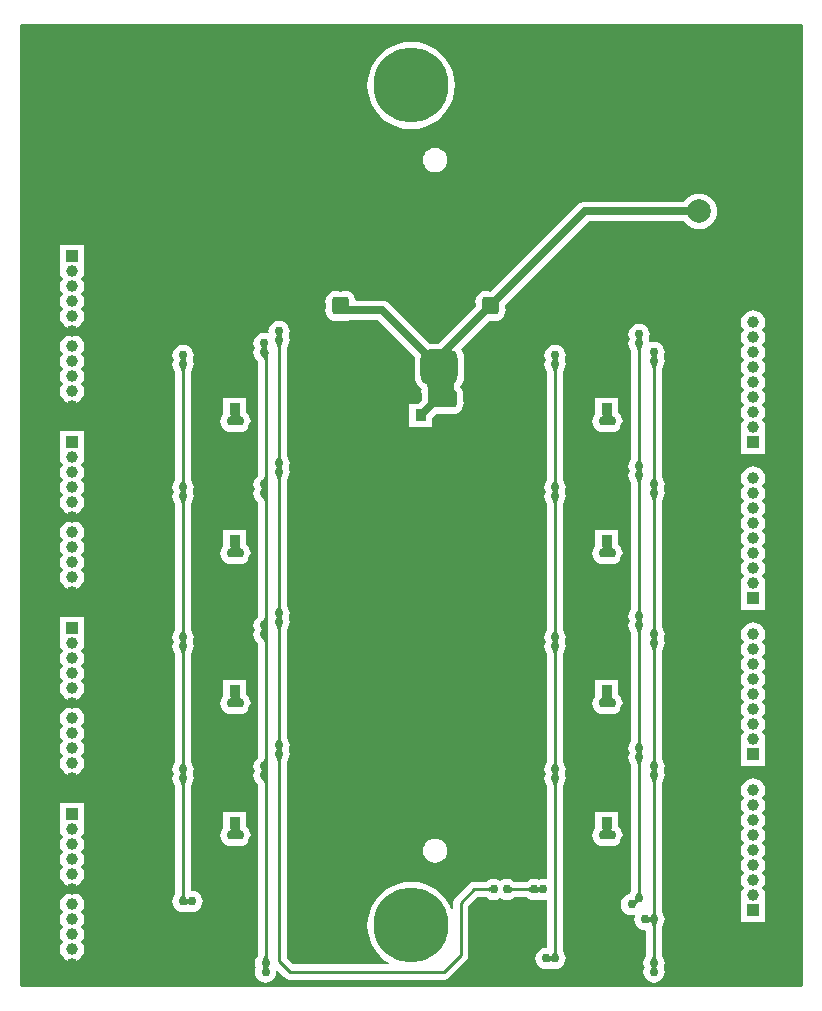
<source format=gbl>
G04 Layer_Physical_Order=2*
G04 Layer_Color=16711680*
%FSLAX25Y25*%
%MOIN*%
G70*
G01*
G75*
%ADD17C,0.01000*%
%ADD18C,0.02000*%
%ADD19C,0.02500*%
%ADD25C,0.03937*%
%ADD26R,0.03937X0.03937*%
%ADD27C,0.05906*%
%ADD28C,0.25000*%
%ADD29C,0.07874*%
%ADD30C,0.03000*%
%ADD31R,0.03740X0.03937*%
G04:AMPARAMS|DCode=32|XSize=118.11mil|YSize=124.02mil|CornerRadius=29.53mil|HoleSize=0mil|Usage=FLASHONLY|Rotation=90.000|XOffset=0mil|YOffset=0mil|HoleType=Round|Shape=RoundedRectangle|*
%AMROUNDEDRECTD32*
21,1,0.11811,0.06496,0,0,90.0*
21,1,0.05906,0.12402,0,0,90.0*
1,1,0.05906,0.03248,0.02953*
1,1,0.05906,0.03248,-0.02953*
1,1,0.05906,-0.03248,-0.02953*
1,1,0.05906,-0.03248,0.02953*
%
%ADD32ROUNDEDRECTD32*%
G36*
X260000Y0D02*
X0D01*
Y320000D01*
X260000D01*
Y0D01*
D02*
G37*
%LPC*%
G36*
X130000Y314549D02*
X127725Y314370D01*
X125505Y313837D01*
X123397Y312964D01*
X121451Y311771D01*
X119715Y310289D01*
X118233Y308553D01*
X117041Y306607D01*
X116167Y304499D01*
X115634Y302279D01*
X115455Y300004D01*
X115634Y297729D01*
X116167Y295509D01*
X117041Y293401D01*
X118233Y291455D01*
X119715Y289719D01*
X121451Y288237D01*
X123397Y287044D01*
X125505Y286171D01*
X127725Y285638D01*
X130000Y285459D01*
X132275Y285638D01*
X134495Y286171D01*
X136603Y287044D01*
X138549Y288237D01*
X140285Y289719D01*
X141767Y291455D01*
X142959Y293401D01*
X143833Y295509D01*
X144366Y297729D01*
X144545Y300004D01*
X144366Y302279D01*
X143833Y304499D01*
X142959Y306607D01*
X141767Y308553D01*
X140285Y310289D01*
X138549Y311771D01*
X136603Y312964D01*
X134495Y313837D01*
X132275Y314370D01*
X130000Y314549D01*
D02*
G37*
G36*
X137992Y279161D02*
X136946Y279023D01*
X135971Y278619D01*
X135134Y277976D01*
X134491Y277139D01*
X134087Y276164D01*
X133950Y275118D01*
X134087Y274072D01*
X134491Y273097D01*
X135134Y272260D01*
X135971Y271617D01*
X136946Y271213D01*
X137992Y271076D01*
X139038Y271213D01*
X140013Y271617D01*
X140851Y272260D01*
X141493Y273097D01*
X141897Y274072D01*
X142035Y275118D01*
X141897Y276164D01*
X141493Y277139D01*
X140851Y277976D01*
X140013Y278619D01*
X139038Y279023D01*
X137992Y279161D01*
D02*
G37*
G36*
X226000Y263966D02*
X224836Y263851D01*
X223717Y263512D01*
X222686Y262960D01*
X221782Y262218D01*
X221040Y261314D01*
X221020Y261278D01*
X188000D01*
X187152Y261166D01*
X186361Y260839D01*
X185682Y260318D01*
X156642Y231278D01*
X156232D01*
X155914Y231410D01*
X155000Y231530D01*
X154086Y231410D01*
X153235Y231057D01*
X152504Y230496D01*
X151943Y229765D01*
X151590Y228914D01*
X151470Y228000D01*
X151590Y227086D01*
X151722Y226768D01*
Y226358D01*
X139312Y213948D01*
X136201D01*
X136144Y213941D01*
X122767Y227318D01*
X122088Y227839D01*
X121297Y228166D01*
X120873Y228222D01*
X120449Y228278D01*
X111494D01*
X111410Y228914D01*
X111057Y229765D01*
X110496Y230496D01*
X109765Y231057D01*
X108914Y231410D01*
X108000Y231530D01*
X107086Y231410D01*
X106768Y231278D01*
X106232D01*
X105914Y231410D01*
X105000Y231530D01*
X104086Y231410D01*
X103235Y231057D01*
X102504Y230496D01*
X101943Y229765D01*
X101590Y228914D01*
X101470Y228000D01*
X101590Y227086D01*
X101722Y226768D01*
Y226232D01*
X101590Y225914D01*
X101470Y225000D01*
X101590Y224086D01*
X101943Y223235D01*
X102504Y222504D01*
X103235Y221943D01*
X104086Y221590D01*
X105000Y221470D01*
X105914Y221590D01*
X106232Y221722D01*
X106768D01*
X107086Y221590D01*
X108000Y221470D01*
X108914Y221590D01*
X109232Y221722D01*
X119091D01*
X131281Y209531D01*
X131205Y208953D01*
Y203047D01*
X131376Y201754D01*
X131875Y200550D01*
X132668Y199515D01*
X133241Y199075D01*
X133324Y198988D01*
X133400Y198953D01*
X133577Y198817D01*
X133470Y198000D01*
X133590Y197086D01*
X133722Y196768D01*
Y195110D01*
X132581Y193968D01*
X129378D01*
Y186031D01*
X137118D01*
Y189234D01*
X138407Y190523D01*
X138914Y190590D01*
X139232Y190722D01*
X139768D01*
X140086Y190590D01*
X141000Y190470D01*
X141914Y190590D01*
X142232Y190722D01*
X142768D01*
X143086Y190590D01*
X144000Y190470D01*
X144914Y190590D01*
X145765Y190943D01*
X146496Y191504D01*
X147057Y192235D01*
X147410Y193086D01*
X147530Y194000D01*
X147410Y194914D01*
X147278Y195232D01*
Y197000D01*
X147166Y197848D01*
X146839Y198639D01*
X146318Y199318D01*
X146278Y199358D01*
Y199579D01*
X147023Y200550D01*
X147522Y201754D01*
X147692Y203047D01*
Y208953D01*
X147522Y210246D01*
X147023Y211451D01*
X146616Y211981D01*
X156358Y221722D01*
X156768D01*
X157086Y221590D01*
X158000Y221470D01*
X158914Y221590D01*
X159765Y221943D01*
X160496Y222504D01*
X161057Y223235D01*
X161410Y224086D01*
X161530Y225000D01*
X161410Y225914D01*
X161278Y226232D01*
Y226642D01*
X189358Y254722D01*
X221020D01*
X221040Y254686D01*
X221782Y253782D01*
X222686Y253040D01*
X223717Y252488D01*
X224836Y252149D01*
X226000Y252034D01*
X227164Y252149D01*
X228283Y252488D01*
X229314Y253040D01*
X230218Y253782D01*
X230960Y254686D01*
X231512Y255717D01*
X231851Y256836D01*
X231966Y258000D01*
X231851Y259164D01*
X231512Y260283D01*
X230960Y261314D01*
X230218Y262218D01*
X229314Y262960D01*
X228283Y263512D01*
X227164Y263851D01*
X226000Y263966D01*
D02*
G37*
G36*
X20968Y246969D02*
X13032D01*
Y239032D01*
X13032D01*
X13120Y238931D01*
X12997Y238000D01*
X13134Y236964D01*
X13533Y235999D01*
X13916Y235500D01*
X13533Y235001D01*
X13134Y234036D01*
X12997Y233000D01*
X13134Y231964D01*
X13533Y230999D01*
X13916Y230500D01*
X13533Y230001D01*
X13134Y229036D01*
X12997Y228000D01*
X13134Y226964D01*
X13533Y225999D01*
X13916Y225500D01*
X13533Y225001D01*
X13134Y224036D01*
X12997Y223000D01*
X13134Y221964D01*
X13533Y220999D01*
X14170Y220170D01*
X14999Y219533D01*
X15964Y219134D01*
X17000Y218997D01*
X18036Y219134D01*
X19001Y219533D01*
X19830Y220170D01*
X20467Y220999D01*
X20866Y221964D01*
X21003Y223000D01*
X20866Y224036D01*
X20467Y225001D01*
X20084Y225500D01*
X20467Y225999D01*
X20866Y226964D01*
X21003Y228000D01*
X20866Y229036D01*
X20467Y230001D01*
X20084Y230500D01*
X20467Y230999D01*
X20866Y231964D01*
X21003Y233000D01*
X20866Y234036D01*
X20467Y235001D01*
X20084Y235500D01*
X20467Y235999D01*
X20866Y236964D01*
X21003Y238000D01*
X20880Y238931D01*
X20968Y239032D01*
X20968D01*
Y246969D01*
D02*
G37*
G36*
X86000Y221530D02*
X85086Y221410D01*
X84235Y221057D01*
X83504Y220496D01*
X82943Y219765D01*
X82590Y218914D01*
X82470Y218000D01*
X82519Y217628D01*
X82122Y217324D01*
X81914Y217410D01*
X81000Y217530D01*
X80086Y217410D01*
X79235Y217057D01*
X78504Y216496D01*
X77943Y215765D01*
X77590Y214914D01*
X77470Y214000D01*
X77590Y213086D01*
X77833Y212500D01*
X77590Y211914D01*
X77470Y211000D01*
X77590Y210086D01*
X77943Y209235D01*
X78504Y208504D01*
X78951Y208161D01*
Y169839D01*
X78504Y169496D01*
X77943Y168765D01*
X77590Y167914D01*
X77470Y167000D01*
X77590Y166086D01*
X77833Y165500D01*
X77590Y164914D01*
X77470Y164000D01*
X77590Y163086D01*
X77943Y162235D01*
X78504Y161504D01*
X78951Y161161D01*
Y122839D01*
X78504Y122496D01*
X77943Y121765D01*
X77590Y120914D01*
X77470Y120000D01*
X77590Y119086D01*
X77833Y118500D01*
X77590Y117914D01*
X77470Y117000D01*
X77590Y116086D01*
X77943Y115235D01*
X78504Y114504D01*
X78951Y114161D01*
Y75839D01*
X78504Y75496D01*
X77943Y74765D01*
X77590Y73914D01*
X77470Y73000D01*
X77590Y72086D01*
X77833Y71500D01*
X77590Y70914D01*
X77470Y70000D01*
X77590Y69086D01*
X77943Y68235D01*
X78504Y67504D01*
X78951Y67161D01*
Y21500D01*
Y9941D01*
X78899Y9860D01*
X78443Y9265D01*
X78090Y8414D01*
X77970Y7500D01*
X78090Y6586D01*
X78333Y6000D01*
X78090Y5414D01*
X77970Y4500D01*
X78090Y3586D01*
X78443Y2735D01*
X79004Y2004D01*
X79735Y1443D01*
X80586Y1090D01*
X81500Y970D01*
X82414Y1090D01*
X83265Y1443D01*
X83996Y2004D01*
X84557Y2735D01*
X84910Y3586D01*
X85030Y4500D01*
X85006Y4682D01*
X85480Y4915D01*
X87698Y2698D01*
X88525Y2145D01*
X89500Y1951D01*
X141000D01*
X141975Y2145D01*
X142802Y2698D01*
X148302Y8198D01*
X148855Y9025D01*
X149049Y10000D01*
Y26444D01*
X152056Y29451D01*
X155059D01*
X155140Y29399D01*
X155735Y28943D01*
X156586Y28590D01*
X157500Y28470D01*
X158414Y28590D01*
X159265Y28943D01*
X159750Y29315D01*
X160235Y28943D01*
X161086Y28590D01*
X162000Y28470D01*
X162914Y28590D01*
X163765Y28943D01*
X164360Y29399D01*
X164442Y29451D01*
X168559D01*
X168640Y29399D01*
X169235Y28943D01*
X170086Y28590D01*
X171000Y28470D01*
X171914Y28590D01*
X172500Y28833D01*
X173086Y28590D01*
X174000Y28470D01*
X174914Y28590D01*
X175035Y28640D01*
X175451Y28363D01*
Y12850D01*
X175075Y12520D01*
X175000Y12530D01*
X174086Y12410D01*
X173235Y12057D01*
X172504Y11496D01*
X171943Y10765D01*
X171590Y9914D01*
X171470Y9000D01*
X171590Y8086D01*
X171943Y7235D01*
X172504Y6504D01*
X173235Y5943D01*
X174086Y5590D01*
X175000Y5470D01*
X175914Y5590D01*
X176500Y5833D01*
X177086Y5590D01*
X178000Y5470D01*
X178914Y5590D01*
X179765Y5943D01*
X180496Y6504D01*
X181057Y7235D01*
X181410Y8086D01*
X181530Y9000D01*
X181410Y9914D01*
X181057Y10765D01*
X180601Y11360D01*
X180549Y11441D01*
Y66558D01*
X180601Y66640D01*
X181057Y67235D01*
X181410Y68086D01*
X181530Y69000D01*
X181410Y69914D01*
X181167Y70500D01*
X181410Y71086D01*
X181530Y72000D01*
X181410Y72914D01*
X181057Y73765D01*
X180601Y74360D01*
X180549Y74441D01*
Y110558D01*
X180601Y110640D01*
X181057Y111235D01*
X181410Y112086D01*
X181530Y113000D01*
X181410Y113914D01*
X181167Y114500D01*
X181410Y115086D01*
X181530Y116000D01*
X181410Y116914D01*
X181057Y117765D01*
X180601Y118360D01*
X180549Y118441D01*
Y160558D01*
X180601Y160640D01*
X181057Y161235D01*
X181410Y162086D01*
X181530Y163000D01*
X181410Y163914D01*
X181167Y164500D01*
X181410Y165086D01*
X181530Y166000D01*
X181410Y166914D01*
X181057Y167765D01*
X180601Y168360D01*
X180549Y168441D01*
Y204558D01*
X180601Y204640D01*
X181057Y205235D01*
X181410Y206086D01*
X181530Y207000D01*
X181410Y207914D01*
X181167Y208500D01*
X181410Y209086D01*
X181530Y210000D01*
X181410Y210914D01*
X181057Y211765D01*
X180496Y212496D01*
X179765Y213057D01*
X178914Y213410D01*
X178000Y213530D01*
X177086Y213410D01*
X176235Y213057D01*
X175504Y212496D01*
X174943Y211765D01*
X174590Y210914D01*
X174470Y210000D01*
X174590Y209086D01*
X174833Y208500D01*
X174590Y207914D01*
X174470Y207000D01*
X174590Y206086D01*
X174943Y205235D01*
X175399Y204640D01*
X175451Y204558D01*
Y168441D01*
X175399Y168360D01*
X174943Y167765D01*
X174590Y166914D01*
X174470Y166000D01*
X174590Y165086D01*
X174833Y164500D01*
X174590Y163914D01*
X174470Y163000D01*
X174590Y162086D01*
X174943Y161235D01*
X175399Y160640D01*
X175451Y160558D01*
Y118441D01*
X175399Y118360D01*
X174943Y117765D01*
X174590Y116914D01*
X174470Y116000D01*
X174590Y115086D01*
X174833Y114500D01*
X174590Y113914D01*
X174470Y113000D01*
X174590Y112086D01*
X174943Y111235D01*
X175399Y110640D01*
X175451Y110558D01*
Y74441D01*
X175399Y74360D01*
X174943Y73765D01*
X174590Y72914D01*
X174470Y72000D01*
X174590Y71086D01*
X174833Y70500D01*
X174590Y69914D01*
X174470Y69000D01*
X174590Y68086D01*
X174943Y67235D01*
X175399Y66640D01*
X175451Y66558D01*
Y35637D01*
X175035Y35359D01*
X174914Y35410D01*
X174000Y35530D01*
X173086Y35410D01*
X172500Y35167D01*
X171914Y35410D01*
X171000Y35530D01*
X170086Y35410D01*
X169235Y35057D01*
X168640Y34601D01*
X168559Y34549D01*
X164442D01*
X164360Y34601D01*
X163765Y35057D01*
X162914Y35410D01*
X162000Y35530D01*
X161086Y35410D01*
X160235Y35057D01*
X159750Y34685D01*
X159265Y35057D01*
X158414Y35410D01*
X157500Y35530D01*
X156586Y35410D01*
X155735Y35057D01*
X155140Y34601D01*
X155059Y34549D01*
X151000D01*
X150024Y34355D01*
X149198Y33802D01*
X144698Y29302D01*
X144145Y28475D01*
X143951Y27500D01*
Y25512D01*
X143451Y25413D01*
X142959Y26599D01*
X141767Y28545D01*
X140285Y30281D01*
X138549Y31763D01*
X136603Y32956D01*
X134495Y33829D01*
X132275Y34362D01*
X130000Y34541D01*
X127725Y34362D01*
X125505Y33829D01*
X123397Y32956D01*
X121451Y31763D01*
X119715Y30281D01*
X118233Y28545D01*
X117041Y26599D01*
X116167Y24491D01*
X115634Y22271D01*
X115455Y19996D01*
X115634Y17721D01*
X116167Y15502D01*
X117041Y13393D01*
X118233Y11447D01*
X119715Y9711D01*
X121451Y8229D01*
X122591Y7530D01*
X122455Y7049D01*
X90556D01*
X88549Y9056D01*
Y74559D01*
X88601Y74640D01*
X89057Y75235D01*
X89410Y76086D01*
X89530Y77000D01*
X89410Y77914D01*
X89167Y78500D01*
X89410Y79086D01*
X89530Y80000D01*
X89410Y80914D01*
X89057Y81765D01*
X88601Y82360D01*
X88549Y82442D01*
Y118559D01*
X88601Y118640D01*
X89057Y119235D01*
X89410Y120086D01*
X89530Y121000D01*
X89410Y121914D01*
X89167Y122500D01*
X89410Y123086D01*
X89530Y124000D01*
X89410Y124914D01*
X89057Y125765D01*
X88601Y126360D01*
X88549Y126442D01*
Y168559D01*
X88601Y168640D01*
X89057Y169235D01*
X89410Y170086D01*
X89530Y171000D01*
X89410Y171914D01*
X89167Y172500D01*
X89410Y173086D01*
X89530Y174000D01*
X89410Y174914D01*
X89057Y175765D01*
X88601Y176360D01*
X88549Y176442D01*
Y212559D01*
X88601Y212640D01*
X89057Y213235D01*
X89410Y214086D01*
X89530Y215000D01*
X89410Y215914D01*
X89167Y216500D01*
X89410Y217086D01*
X89530Y218000D01*
X89410Y218914D01*
X89057Y219765D01*
X88496Y220496D01*
X87765Y221057D01*
X86914Y221410D01*
X86000Y221530D01*
D02*
G37*
G36*
X17000Y217003D02*
X15964Y216866D01*
X14999Y216466D01*
X14170Y215830D01*
X13533Y215001D01*
X13134Y214036D01*
X12997Y213000D01*
X13134Y211964D01*
X13533Y210999D01*
X13916Y210500D01*
X13533Y210001D01*
X13134Y209036D01*
X12997Y208000D01*
X13134Y206964D01*
X13533Y205999D01*
X13916Y205500D01*
X13533Y205001D01*
X13134Y204036D01*
X12997Y203000D01*
X13134Y201964D01*
X13533Y200999D01*
X13916Y200500D01*
X13533Y200001D01*
X13134Y199036D01*
X12997Y198000D01*
X13134Y196964D01*
X13533Y195999D01*
X14170Y195170D01*
X14999Y194534D01*
X15964Y194134D01*
X17000Y193997D01*
X18036Y194134D01*
X19001Y194534D01*
X19830Y195170D01*
X20467Y195999D01*
X20866Y196964D01*
X21003Y198000D01*
X20866Y199036D01*
X20467Y200001D01*
X20084Y200500D01*
X20467Y200999D01*
X20866Y201964D01*
X21003Y203000D01*
X20866Y204036D01*
X20467Y205001D01*
X20084Y205500D01*
X20467Y205999D01*
X20866Y206964D01*
X21003Y208000D01*
X20866Y209036D01*
X20467Y210001D01*
X20084Y210500D01*
X20467Y210999D01*
X20866Y211964D01*
X21003Y213000D01*
X20866Y214036D01*
X20467Y215001D01*
X19830Y215830D01*
X19001Y216466D01*
X18036Y216866D01*
X17000Y217003D01*
D02*
G37*
G36*
X199118Y195968D02*
X191378D01*
Y190332D01*
X190943Y189765D01*
X190590Y188914D01*
X190470Y188000D01*
X190590Y187086D01*
X190943Y186235D01*
X191504Y185504D01*
X192235Y184943D01*
X193086Y184590D01*
X194000Y184470D01*
X194914Y184590D01*
X195232Y184722D01*
X195768D01*
X196086Y184590D01*
X197000Y184470D01*
X197914Y184590D01*
X198765Y184943D01*
X199496Y185504D01*
X200057Y186235D01*
X200410Y187086D01*
X200530Y188000D01*
X200410Y188914D01*
X200057Y189765D01*
X199496Y190496D01*
X199118Y190786D01*
Y195968D01*
D02*
G37*
G36*
X75118D02*
X67378D01*
Y190332D01*
X66943Y189765D01*
X66590Y188914D01*
X66470Y188000D01*
X66590Y187086D01*
X66943Y186235D01*
X67504Y185504D01*
X68235Y184943D01*
X69086Y184590D01*
X70000Y184470D01*
X70914Y184590D01*
X71232Y184722D01*
X71768D01*
X72086Y184590D01*
X73000Y184470D01*
X73914Y184590D01*
X74765Y184943D01*
X75496Y185504D01*
X76057Y186235D01*
X76410Y187086D01*
X76530Y188000D01*
X76410Y188914D01*
X76057Y189765D01*
X75496Y190496D01*
X75118Y190786D01*
Y195968D01*
D02*
G37*
G36*
X244000Y225003D02*
X242964Y224866D01*
X241999Y224466D01*
X241170Y223830D01*
X240533Y223001D01*
X240134Y222036D01*
X239997Y221000D01*
X240134Y219964D01*
X240533Y218999D01*
X240916Y218500D01*
X240533Y218001D01*
X240134Y217036D01*
X239997Y216000D01*
X240134Y214964D01*
X240533Y213999D01*
X240916Y213500D01*
X240533Y213001D01*
X240134Y212036D01*
X239997Y211000D01*
X240134Y209964D01*
X240533Y208999D01*
X240916Y208500D01*
X240533Y208001D01*
X240134Y207036D01*
X239997Y206000D01*
X240134Y204964D01*
X240533Y203999D01*
X240916Y203500D01*
X240533Y203001D01*
X240134Y202036D01*
X239997Y201000D01*
X240134Y199964D01*
X240533Y198999D01*
X240916Y198500D01*
X240533Y198001D01*
X240134Y197036D01*
X239997Y196000D01*
X240134Y194964D01*
X240533Y193999D01*
X240916Y193500D01*
X240533Y193001D01*
X240134Y192036D01*
X239997Y191000D01*
X240134Y189964D01*
X240533Y188999D01*
X240916Y188500D01*
X240533Y188001D01*
X240134Y187036D01*
X239997Y186000D01*
X240120Y185069D01*
X240032Y184968D01*
X240032D01*
Y177032D01*
X247969D01*
Y184968D01*
X247969D01*
X247880Y185069D01*
X248003Y186000D01*
X247866Y187036D01*
X247466Y188001D01*
X247084Y188500D01*
X247466Y188999D01*
X247866Y189964D01*
X248003Y191000D01*
X247866Y192036D01*
X247466Y193001D01*
X247084Y193500D01*
X247466Y193999D01*
X247866Y194964D01*
X248003Y196000D01*
X247866Y197036D01*
X247466Y198001D01*
X247084Y198500D01*
X247466Y198999D01*
X247866Y199964D01*
X248003Y201000D01*
X247866Y202036D01*
X247466Y203001D01*
X247084Y203500D01*
X247466Y203999D01*
X247866Y204964D01*
X248003Y206000D01*
X247866Y207036D01*
X247466Y208001D01*
X247084Y208500D01*
X247466Y208999D01*
X247866Y209964D01*
X248003Y211000D01*
X247866Y212036D01*
X247466Y213001D01*
X247084Y213500D01*
X247466Y213999D01*
X247866Y214964D01*
X248003Y216000D01*
X247866Y217036D01*
X247466Y218001D01*
X247084Y218500D01*
X247466Y218999D01*
X247866Y219964D01*
X248003Y221000D01*
X247866Y222036D01*
X247466Y223001D01*
X246830Y223830D01*
X246001Y224466D01*
X245036Y224866D01*
X244000Y225003D01*
D02*
G37*
G36*
X20968Y184968D02*
X13032D01*
Y177032D01*
X13032D01*
X13120Y176931D01*
X12997Y176000D01*
X13134Y174964D01*
X13533Y173999D01*
X13916Y173500D01*
X13533Y173001D01*
X13134Y172036D01*
X12997Y171000D01*
X13134Y169964D01*
X13533Y168999D01*
X13916Y168500D01*
X13533Y168001D01*
X13134Y167036D01*
X12997Y166000D01*
X13134Y164964D01*
X13533Y163999D01*
X13916Y163500D01*
X13533Y163001D01*
X13134Y162036D01*
X12997Y161000D01*
X13134Y159964D01*
X13533Y158999D01*
X14170Y158170D01*
X14999Y157534D01*
X15964Y157134D01*
X17000Y156997D01*
X18036Y157134D01*
X19001Y157534D01*
X19830Y158170D01*
X20467Y158999D01*
X20866Y159964D01*
X21003Y161000D01*
X20866Y162036D01*
X20467Y163001D01*
X20084Y163500D01*
X20467Y163999D01*
X20866Y164964D01*
X21003Y166000D01*
X20866Y167036D01*
X20467Y168001D01*
X20084Y168500D01*
X20467Y168999D01*
X20866Y169964D01*
X21003Y171000D01*
X20866Y172036D01*
X20467Y173001D01*
X20084Y173500D01*
X20467Y173999D01*
X20866Y174964D01*
X21003Y176000D01*
X20880Y176931D01*
X20968Y177032D01*
X20968D01*
Y184968D01*
D02*
G37*
G36*
X199118Y151969D02*
X191378D01*
Y146332D01*
X190943Y145765D01*
X190590Y144914D01*
X190470Y144000D01*
X190590Y143086D01*
X190943Y142235D01*
X191504Y141504D01*
X192235Y140943D01*
X193086Y140590D01*
X194000Y140470D01*
X194914Y140590D01*
X195232Y140722D01*
X195768D01*
X196086Y140590D01*
X197000Y140470D01*
X197914Y140590D01*
X198765Y140943D01*
X199496Y141504D01*
X200057Y142235D01*
X200410Y143086D01*
X200530Y144000D01*
X200410Y144914D01*
X200057Y145765D01*
X199496Y146496D01*
X199118Y146786D01*
Y151969D01*
D02*
G37*
G36*
X75118D02*
X67378D01*
Y146332D01*
X66943Y145765D01*
X66590Y144914D01*
X66470Y144000D01*
X66590Y143086D01*
X66943Y142235D01*
X67504Y141504D01*
X68235Y140943D01*
X69086Y140590D01*
X70000Y140470D01*
X70914Y140590D01*
X71232Y140722D01*
X71768D01*
X72086Y140590D01*
X73000Y140470D01*
X73914Y140590D01*
X74765Y140943D01*
X75496Y141504D01*
X76057Y142235D01*
X76410Y143086D01*
X76530Y144000D01*
X76410Y144914D01*
X76057Y145765D01*
X75496Y146496D01*
X75118Y146786D01*
Y151969D01*
D02*
G37*
G36*
X17000Y155003D02*
X15964Y154866D01*
X14999Y154466D01*
X14170Y153830D01*
X13533Y153001D01*
X13134Y152036D01*
X12997Y151000D01*
X13134Y149964D01*
X13533Y148999D01*
X13916Y148500D01*
X13533Y148001D01*
X13134Y147036D01*
X12997Y146000D01*
X13134Y144964D01*
X13533Y143999D01*
X13916Y143500D01*
X13533Y143001D01*
X13134Y142036D01*
X12997Y141000D01*
X13134Y139964D01*
X13533Y138999D01*
X13916Y138500D01*
X13533Y138001D01*
X13134Y137036D01*
X12997Y136000D01*
X13134Y134964D01*
X13533Y133999D01*
X14170Y133170D01*
X14999Y132534D01*
X15964Y132134D01*
X17000Y131997D01*
X18036Y132134D01*
X19001Y132534D01*
X19830Y133170D01*
X20467Y133999D01*
X20866Y134964D01*
X21003Y136000D01*
X20866Y137036D01*
X20467Y138001D01*
X20084Y138500D01*
X20467Y138999D01*
X20866Y139964D01*
X21003Y141000D01*
X20866Y142036D01*
X20467Y143001D01*
X20084Y143500D01*
X20467Y143999D01*
X20866Y144964D01*
X21003Y146000D01*
X20866Y147036D01*
X20467Y148001D01*
X20084Y148500D01*
X20467Y148999D01*
X20866Y149964D01*
X21003Y151000D01*
X20866Y152036D01*
X20467Y153001D01*
X19830Y153830D01*
X19001Y154466D01*
X18036Y154866D01*
X17000Y155003D01*
D02*
G37*
G36*
X244000Y173003D02*
X242964Y172866D01*
X241999Y172467D01*
X241170Y171830D01*
X240533Y171001D01*
X240134Y170036D01*
X239997Y169000D01*
X240134Y167964D01*
X240533Y166999D01*
X240916Y166500D01*
X240533Y166001D01*
X240134Y165036D01*
X239997Y164000D01*
X240134Y162964D01*
X240533Y161999D01*
X240916Y161500D01*
X240533Y161001D01*
X240134Y160036D01*
X239997Y159000D01*
X240134Y157964D01*
X240533Y156999D01*
X240916Y156500D01*
X240533Y156001D01*
X240134Y155036D01*
X239997Y154000D01*
X240134Y152964D01*
X240533Y151999D01*
X240916Y151500D01*
X240533Y151001D01*
X240134Y150036D01*
X239997Y149000D01*
X240134Y147964D01*
X240533Y146999D01*
X240916Y146500D01*
X240533Y146001D01*
X240134Y145036D01*
X239997Y144000D01*
X240134Y142964D01*
X240533Y141999D01*
X240916Y141500D01*
X240533Y141001D01*
X240134Y140036D01*
X239997Y139000D01*
X240134Y137964D01*
X240533Y136999D01*
X240916Y136500D01*
X240533Y136001D01*
X240134Y135036D01*
X239997Y134000D01*
X240120Y133069D01*
X240032Y132968D01*
X240032D01*
Y125031D01*
X247969D01*
Y132968D01*
X247969D01*
X247880Y133069D01*
X248003Y134000D01*
X247866Y135036D01*
X247466Y136001D01*
X247084Y136500D01*
X247466Y136999D01*
X247866Y137964D01*
X248003Y139000D01*
X247866Y140036D01*
X247466Y141001D01*
X247084Y141500D01*
X247466Y141999D01*
X247866Y142964D01*
X248003Y144000D01*
X247866Y145036D01*
X247466Y146001D01*
X247084Y146500D01*
X247466Y146999D01*
X247866Y147964D01*
X248003Y149000D01*
X247866Y150036D01*
X247466Y151001D01*
X247084Y151500D01*
X247466Y151999D01*
X247866Y152964D01*
X248003Y154000D01*
X247866Y155036D01*
X247466Y156001D01*
X247084Y156500D01*
X247466Y156999D01*
X247866Y157964D01*
X248003Y159000D01*
X247866Y160036D01*
X247466Y161001D01*
X247084Y161500D01*
X247466Y161999D01*
X247866Y162964D01*
X248003Y164000D01*
X247866Y165036D01*
X247466Y166001D01*
X247084Y166500D01*
X247466Y166999D01*
X247866Y167964D01*
X248003Y169000D01*
X247866Y170036D01*
X247466Y171001D01*
X246830Y171830D01*
X246001Y172467D01*
X245036Y172866D01*
X244000Y173003D01*
D02*
G37*
G36*
X20968Y122968D02*
X13032D01*
Y115032D01*
X13032D01*
X13120Y114931D01*
X12997Y114000D01*
X13134Y112964D01*
X13533Y111999D01*
X13916Y111500D01*
X13533Y111001D01*
X13134Y110036D01*
X12997Y109000D01*
X13134Y107964D01*
X13533Y106999D01*
X13916Y106500D01*
X13533Y106001D01*
X13134Y105036D01*
X12997Y104000D01*
X13134Y102964D01*
X13533Y101999D01*
X13916Y101500D01*
X13533Y101001D01*
X13134Y100036D01*
X12997Y99000D01*
X13134Y97964D01*
X13533Y96999D01*
X14170Y96170D01*
X14999Y95534D01*
X15964Y95134D01*
X17000Y94997D01*
X18036Y95134D01*
X19001Y95534D01*
X19830Y96170D01*
X20467Y96999D01*
X20866Y97964D01*
X21003Y99000D01*
X20866Y100036D01*
X20467Y101001D01*
X20084Y101500D01*
X20467Y101999D01*
X20866Y102964D01*
X21003Y104000D01*
X20866Y105036D01*
X20467Y106001D01*
X20084Y106500D01*
X20467Y106999D01*
X20866Y107964D01*
X21003Y109000D01*
X20866Y110036D01*
X20467Y111001D01*
X20084Y111500D01*
X20467Y111999D01*
X20866Y112964D01*
X21003Y114000D01*
X20880Y114931D01*
X20968Y115032D01*
X20968D01*
Y122968D01*
D02*
G37*
G36*
X199118Y101969D02*
X191378D01*
Y96425D01*
X191161Y96143D01*
X191077Y95940D01*
X190943Y95765D01*
X190590Y94914D01*
X190470Y94000D01*
X190590Y93086D01*
X190943Y92235D01*
X191504Y91504D01*
X192235Y90943D01*
X193086Y90590D01*
X194000Y90470D01*
X194914Y90590D01*
X195232Y90722D01*
X195768D01*
X196086Y90590D01*
X197000Y90470D01*
X197914Y90590D01*
X198765Y90943D01*
X199496Y91504D01*
X200057Y92235D01*
X200410Y93086D01*
X200530Y94000D01*
X200410Y94914D01*
X200057Y95765D01*
X199496Y96496D01*
X199118Y96786D01*
Y101969D01*
D02*
G37*
G36*
X75118D02*
X67378D01*
Y96332D01*
X66943Y95765D01*
X66590Y94914D01*
X66470Y94000D01*
X66590Y93086D01*
X66943Y92235D01*
X67504Y91504D01*
X68235Y90943D01*
X69086Y90590D01*
X70000Y90470D01*
X70914Y90590D01*
X71232Y90722D01*
X71768D01*
X72086Y90590D01*
X73000Y90470D01*
X73914Y90590D01*
X74765Y90943D01*
X75496Y91504D01*
X76057Y92235D01*
X76410Y93086D01*
X76530Y94000D01*
X76410Y94914D01*
X76057Y95765D01*
X75496Y96496D01*
X75118Y96786D01*
Y101969D01*
D02*
G37*
G36*
X244000Y121003D02*
X242964Y120866D01*
X241999Y120466D01*
X241170Y119830D01*
X240533Y119001D01*
X240134Y118036D01*
X239997Y117000D01*
X240134Y115964D01*
X240533Y114999D01*
X240916Y114500D01*
X240533Y114001D01*
X240134Y113036D01*
X239997Y112000D01*
X240134Y110964D01*
X240533Y109999D01*
X240916Y109500D01*
X240533Y109001D01*
X240134Y108036D01*
X239997Y107000D01*
X240134Y105964D01*
X240533Y104999D01*
X240916Y104500D01*
X240533Y104001D01*
X240134Y103036D01*
X239997Y102000D01*
X240134Y100964D01*
X240533Y99999D01*
X240916Y99500D01*
X240533Y99001D01*
X240134Y98036D01*
X239997Y97000D01*
X240134Y95964D01*
X240533Y94999D01*
X240916Y94500D01*
X240533Y94001D01*
X240134Y93036D01*
X239997Y92000D01*
X240134Y90964D01*
X240533Y89999D01*
X240916Y89500D01*
X240533Y89001D01*
X240134Y88036D01*
X239997Y87000D01*
X240134Y85964D01*
X240533Y84999D01*
X240916Y84500D01*
X240533Y84001D01*
X240134Y83036D01*
X239997Y82000D01*
X240120Y81069D01*
X240032Y80968D01*
X240032D01*
Y73032D01*
X247969D01*
Y80968D01*
X247969D01*
X247880Y81069D01*
X248003Y82000D01*
X247866Y83036D01*
X247466Y84001D01*
X247084Y84500D01*
X247466Y84999D01*
X247866Y85964D01*
X248003Y87000D01*
X247866Y88036D01*
X247466Y89001D01*
X247084Y89500D01*
X247466Y89999D01*
X247866Y90964D01*
X248003Y92000D01*
X247866Y93036D01*
X247466Y94001D01*
X247084Y94500D01*
X247466Y94999D01*
X247866Y95964D01*
X248003Y97000D01*
X247866Y98036D01*
X247466Y99001D01*
X247084Y99500D01*
X247466Y99999D01*
X247866Y100964D01*
X248003Y102000D01*
X247866Y103036D01*
X247466Y104001D01*
X247084Y104500D01*
X247466Y104999D01*
X247866Y105964D01*
X248003Y107000D01*
X247866Y108036D01*
X247466Y109001D01*
X247084Y109500D01*
X247466Y109999D01*
X247866Y110964D01*
X248003Y112000D01*
X247866Y113036D01*
X247466Y114001D01*
X247084Y114500D01*
X247466Y114999D01*
X247866Y115964D01*
X248003Y117000D01*
X247866Y118036D01*
X247466Y119001D01*
X246830Y119830D01*
X246001Y120466D01*
X245036Y120866D01*
X244000Y121003D01*
D02*
G37*
G36*
X17000Y93003D02*
X15964Y92866D01*
X14999Y92466D01*
X14170Y91830D01*
X13533Y91001D01*
X13134Y90036D01*
X12997Y89000D01*
X13134Y87964D01*
X13533Y86999D01*
X13916Y86500D01*
X13533Y86001D01*
X13134Y85036D01*
X12997Y84000D01*
X13134Y82964D01*
X13533Y81999D01*
X13916Y81500D01*
X13533Y81001D01*
X13134Y80036D01*
X12997Y79000D01*
X13134Y77964D01*
X13533Y76999D01*
X13916Y76500D01*
X13533Y76001D01*
X13134Y75036D01*
X12997Y74000D01*
X13134Y72964D01*
X13533Y71999D01*
X14170Y71170D01*
X14999Y70534D01*
X15964Y70134D01*
X17000Y69997D01*
X18036Y70134D01*
X19001Y70534D01*
X19830Y71170D01*
X20467Y71999D01*
X20866Y72964D01*
X21003Y74000D01*
X20866Y75036D01*
X20467Y76001D01*
X20084Y76500D01*
X20467Y76999D01*
X20866Y77964D01*
X21003Y79000D01*
X20866Y80036D01*
X20467Y81001D01*
X20084Y81500D01*
X20467Y81999D01*
X20866Y82964D01*
X21003Y84000D01*
X20866Y85036D01*
X20467Y86001D01*
X20084Y86500D01*
X20467Y86999D01*
X20866Y87964D01*
X21003Y89000D01*
X20866Y90036D01*
X20467Y91001D01*
X19830Y91830D01*
X19001Y92466D01*
X18036Y92866D01*
X17000Y93003D01*
D02*
G37*
G36*
X199118Y57968D02*
X191378D01*
Y52332D01*
X190943Y51765D01*
X190590Y50914D01*
X190470Y50000D01*
X190590Y49086D01*
X190943Y48235D01*
X191504Y47504D01*
X192235Y46943D01*
X193086Y46590D01*
X194000Y46470D01*
X194914Y46590D01*
X195232Y46722D01*
X195768D01*
X196086Y46590D01*
X197000Y46470D01*
X197914Y46590D01*
X198765Y46943D01*
X199496Y47504D01*
X200057Y48235D01*
X200410Y49086D01*
X200530Y50000D01*
X200410Y50914D01*
X200057Y51765D01*
X199496Y52496D01*
X199118Y52786D01*
Y57968D01*
D02*
G37*
G36*
X75118D02*
X67378D01*
Y52332D01*
X66943Y51765D01*
X66590Y50914D01*
X66470Y50000D01*
X66590Y49086D01*
X66943Y48235D01*
X67504Y47504D01*
X68235Y46943D01*
X69086Y46590D01*
X70000Y46470D01*
X70914Y46590D01*
X71232Y46722D01*
X71768D01*
X72086Y46590D01*
X73000Y46470D01*
X73914Y46590D01*
X74765Y46943D01*
X75496Y47504D01*
X76057Y48235D01*
X76410Y49086D01*
X76530Y50000D01*
X76410Y50914D01*
X76057Y51765D01*
X75496Y52496D01*
X75118Y52786D01*
Y57968D01*
D02*
G37*
G36*
X137992Y48924D02*
X136946Y48787D01*
X135971Y48383D01*
X135134Y47740D01*
X134491Y46903D01*
X134087Y45928D01*
X133950Y44882D01*
X134087Y43836D01*
X134491Y42861D01*
X135134Y42024D01*
X135971Y41381D01*
X136946Y40977D01*
X137992Y40839D01*
X139038Y40977D01*
X140013Y41381D01*
X140851Y42024D01*
X141493Y42861D01*
X141897Y43836D01*
X142035Y44882D01*
X141897Y45928D01*
X141493Y46903D01*
X140851Y47740D01*
X140013Y48383D01*
X139038Y48787D01*
X137992Y48924D01*
D02*
G37*
G36*
X20968Y60969D02*
X13032D01*
Y53031D01*
X13032D01*
X13120Y52931D01*
X12997Y52000D01*
X13134Y50964D01*
X13533Y49999D01*
X13916Y49500D01*
X13533Y49001D01*
X13134Y48036D01*
X12997Y47000D01*
X13134Y45964D01*
X13533Y44999D01*
X13916Y44500D01*
X13533Y44001D01*
X13134Y43036D01*
X12997Y42000D01*
X13134Y40964D01*
X13533Y39999D01*
X13916Y39500D01*
X13533Y39001D01*
X13134Y38036D01*
X12997Y37000D01*
X13134Y35964D01*
X13533Y34999D01*
X14170Y34170D01*
X14999Y33533D01*
X15964Y33134D01*
X17000Y32997D01*
X18036Y33134D01*
X19001Y33533D01*
X19830Y34170D01*
X20467Y34999D01*
X20866Y35964D01*
X21003Y37000D01*
X20866Y38036D01*
X20467Y39001D01*
X20084Y39500D01*
X20467Y39999D01*
X20866Y40964D01*
X21003Y42000D01*
X20866Y43036D01*
X20467Y44001D01*
X20084Y44500D01*
X20467Y44999D01*
X20866Y45964D01*
X21003Y47000D01*
X20866Y48036D01*
X20467Y49001D01*
X20084Y49500D01*
X20467Y49999D01*
X20866Y50964D01*
X21003Y52000D01*
X20880Y52931D01*
X20968Y53031D01*
X20968D01*
Y60969D01*
D02*
G37*
G36*
X54000Y213530D02*
X53086Y213410D01*
X52235Y213057D01*
X51504Y212496D01*
X50943Y211765D01*
X50590Y210914D01*
X50470Y210000D01*
X50590Y209086D01*
X50833Y208500D01*
X50590Y207914D01*
X50470Y207000D01*
X50590Y206086D01*
X50943Y205235D01*
X51399Y204640D01*
X51451Y204558D01*
Y168441D01*
X51399Y168360D01*
X50943Y167765D01*
X50590Y166914D01*
X50470Y166000D01*
X50590Y165086D01*
X50833Y164500D01*
X50590Y163914D01*
X50470Y163000D01*
X50590Y162086D01*
X50943Y161235D01*
X51399Y160640D01*
X51451Y160558D01*
Y118441D01*
X51399Y118360D01*
X50943Y117765D01*
X50590Y116914D01*
X50470Y116000D01*
X50590Y115086D01*
X50833Y114500D01*
X50590Y113914D01*
X50470Y113000D01*
X50590Y112086D01*
X50943Y111235D01*
X51399Y110640D01*
X51451Y110558D01*
Y74441D01*
X51399Y74360D01*
X50943Y73765D01*
X50590Y72914D01*
X50470Y72000D01*
X50590Y71086D01*
X50833Y70500D01*
X50590Y69914D01*
X50470Y69000D01*
X50590Y68086D01*
X50943Y67235D01*
X51399Y66640D01*
X51451Y66558D01*
Y30441D01*
X51399Y30360D01*
X50943Y29765D01*
X50590Y28914D01*
X50470Y28000D01*
X50590Y27086D01*
X50943Y26235D01*
X51504Y25504D01*
X52235Y24943D01*
X53086Y24590D01*
X54000Y24470D01*
X54914Y24590D01*
X55500Y24833D01*
X56086Y24590D01*
X57000Y24470D01*
X57914Y24590D01*
X58765Y24943D01*
X59496Y25504D01*
X60057Y26235D01*
X60410Y27086D01*
X60530Y28000D01*
X60410Y28914D01*
X60057Y29765D01*
X59496Y30496D01*
X58765Y31057D01*
X57914Y31410D01*
X57000Y31530D01*
X56925Y31520D01*
X56549Y31850D01*
Y66558D01*
X56601Y66640D01*
X57057Y67235D01*
X57410Y68086D01*
X57530Y69000D01*
X57410Y69914D01*
X57167Y70500D01*
X57410Y71086D01*
X57530Y72000D01*
X57410Y72914D01*
X57057Y73765D01*
X56601Y74360D01*
X56549Y74441D01*
Y110558D01*
X56601Y110640D01*
X57057Y111235D01*
X57410Y112086D01*
X57530Y113000D01*
X57410Y113914D01*
X57167Y114500D01*
X57410Y115086D01*
X57530Y116000D01*
X57410Y116914D01*
X57057Y117765D01*
X56601Y118360D01*
X56549Y118441D01*
Y160558D01*
X56601Y160640D01*
X57057Y161235D01*
X57410Y162086D01*
X57530Y163000D01*
X57410Y163914D01*
X57167Y164500D01*
X57410Y165086D01*
X57530Y166000D01*
X57410Y166914D01*
X57057Y167765D01*
X56601Y168360D01*
X56549Y168441D01*
Y204558D01*
X56601Y204640D01*
X57057Y205235D01*
X57410Y206086D01*
X57530Y207000D01*
X57410Y207914D01*
X57167Y208500D01*
X57410Y209086D01*
X57530Y210000D01*
X57410Y210914D01*
X57057Y211765D01*
X56496Y212496D01*
X55765Y213057D01*
X54914Y213410D01*
X54000Y213530D01*
D02*
G37*
G36*
X244000Y69003D02*
X242964Y68866D01*
X241999Y68467D01*
X241170Y67830D01*
X240533Y67001D01*
X240134Y66036D01*
X239997Y65000D01*
X240134Y63964D01*
X240533Y62999D01*
X240916Y62500D01*
X240533Y62001D01*
X240134Y61036D01*
X239997Y60000D01*
X240134Y58964D01*
X240533Y57999D01*
X240916Y57500D01*
X240533Y57001D01*
X240134Y56036D01*
X239997Y55000D01*
X240134Y53964D01*
X240533Y52999D01*
X240916Y52500D01*
X240533Y52001D01*
X240134Y51036D01*
X239997Y50000D01*
X240134Y48964D01*
X240533Y47999D01*
X240916Y47500D01*
X240533Y47001D01*
X240134Y46036D01*
X239997Y45000D01*
X240134Y43964D01*
X240533Y42999D01*
X240916Y42500D01*
X240533Y42001D01*
X240134Y41036D01*
X239997Y40000D01*
X240134Y38964D01*
X240533Y37999D01*
X240916Y37500D01*
X240533Y37001D01*
X240134Y36036D01*
X239997Y35000D01*
X240134Y33964D01*
X240533Y32999D01*
X240916Y32500D01*
X240533Y32001D01*
X240134Y31036D01*
X239997Y30000D01*
X240120Y29069D01*
X240032Y28969D01*
X240032D01*
Y21032D01*
X247969D01*
Y28969D01*
X247969D01*
X247880Y29069D01*
X248003Y30000D01*
X247866Y31036D01*
X247466Y32001D01*
X247084Y32500D01*
X247466Y32999D01*
X247866Y33964D01*
X248003Y35000D01*
X247866Y36036D01*
X247466Y37001D01*
X247084Y37500D01*
X247466Y37999D01*
X247866Y38964D01*
X248003Y40000D01*
X247866Y41036D01*
X247466Y42001D01*
X247084Y42500D01*
X247466Y42999D01*
X247866Y43964D01*
X248003Y45000D01*
X247866Y46036D01*
X247466Y47001D01*
X247084Y47500D01*
X247466Y47999D01*
X247866Y48964D01*
X248003Y50000D01*
X247866Y51036D01*
X247466Y52001D01*
X247084Y52500D01*
X247466Y52999D01*
X247866Y53964D01*
X248003Y55000D01*
X247866Y56036D01*
X247466Y57001D01*
X247084Y57500D01*
X247466Y57999D01*
X247866Y58964D01*
X248003Y60000D01*
X247866Y61036D01*
X247466Y62001D01*
X247084Y62500D01*
X247466Y62999D01*
X247866Y63964D01*
X248003Y65000D01*
X247866Y66036D01*
X247466Y67001D01*
X246830Y67830D01*
X246001Y68467D01*
X245036Y68866D01*
X244000Y69003D01*
D02*
G37*
G36*
X17000Y31003D02*
X15964Y30866D01*
X14999Y30466D01*
X14170Y29830D01*
X13533Y29001D01*
X13134Y28036D01*
X12997Y27000D01*
X13134Y25964D01*
X13533Y24999D01*
X13916Y24500D01*
X13533Y24001D01*
X13134Y23036D01*
X12997Y22000D01*
X13134Y20964D01*
X13533Y19999D01*
X13916Y19500D01*
X13533Y19001D01*
X13134Y18036D01*
X12997Y17000D01*
X13134Y15964D01*
X13533Y14999D01*
X13916Y14500D01*
X13533Y14001D01*
X13134Y13036D01*
X12997Y12000D01*
X13134Y10964D01*
X13533Y9999D01*
X14170Y9170D01*
X14999Y8534D01*
X15964Y8134D01*
X17000Y7997D01*
X18036Y8134D01*
X19001Y8534D01*
X19830Y9170D01*
X20467Y9999D01*
X20866Y10964D01*
X21003Y12000D01*
X20866Y13036D01*
X20467Y14001D01*
X20084Y14500D01*
X20467Y14999D01*
X20866Y15964D01*
X21003Y17000D01*
X20866Y18036D01*
X20467Y19001D01*
X20084Y19500D01*
X20467Y19999D01*
X20866Y20964D01*
X21003Y22000D01*
X20866Y23036D01*
X20467Y24001D01*
X20084Y24500D01*
X20467Y24999D01*
X20866Y25964D01*
X21003Y27000D01*
X20866Y28036D01*
X20467Y29001D01*
X19830Y29830D01*
X19001Y30466D01*
X18036Y30866D01*
X17000Y31003D01*
D02*
G37*
G36*
X206000Y220530D02*
X205086Y220410D01*
X204235Y220057D01*
X203504Y219496D01*
X202943Y218765D01*
X202590Y217914D01*
X202470Y217000D01*
X202590Y216086D01*
X202833Y215500D01*
X202590Y214914D01*
X202470Y214000D01*
X202590Y213086D01*
X202943Y212235D01*
X203399Y211640D01*
X203451Y211559D01*
Y175442D01*
X203399Y175360D01*
X202943Y174765D01*
X202590Y173914D01*
X202470Y173000D01*
X202590Y172086D01*
X202833Y171500D01*
X202590Y170914D01*
X202470Y170000D01*
X202590Y169086D01*
X202943Y168235D01*
X203399Y167640D01*
X203451Y167559D01*
Y125442D01*
X203399Y125360D01*
X202943Y124765D01*
X202590Y123914D01*
X202470Y123000D01*
X202590Y122086D01*
X202833Y121500D01*
X202590Y120914D01*
X202470Y120000D01*
X202590Y119086D01*
X202943Y118235D01*
X203399Y117640D01*
X203451Y117559D01*
Y81441D01*
X203399Y81360D01*
X202943Y80765D01*
X202590Y79914D01*
X202470Y79000D01*
X202590Y78086D01*
X202833Y77500D01*
X202590Y76914D01*
X202470Y76000D01*
X202590Y75086D01*
X202943Y74235D01*
X203399Y73640D01*
X203451Y73558D01*
Y31442D01*
X203399Y31360D01*
X202943Y30765D01*
X202808Y30439D01*
X202586Y30410D01*
X201735Y30057D01*
X201004Y29496D01*
X200443Y28765D01*
X200090Y27914D01*
X199970Y27000D01*
X200090Y26086D01*
X200443Y25235D01*
X201004Y24504D01*
X201735Y23943D01*
X202586Y23590D01*
X203500Y23470D01*
X204324Y23578D01*
X204549Y23385D01*
X204694Y23165D01*
X204590Y22914D01*
X204470Y22000D01*
X204590Y21086D01*
X204943Y20235D01*
X205504Y19504D01*
X206235Y18943D01*
X207086Y18590D01*
X208000Y18470D01*
X208075Y18480D01*
X208451Y18150D01*
Y9941D01*
X208399Y9860D01*
X207943Y9265D01*
X207590Y8414D01*
X207470Y7500D01*
X207590Y6586D01*
X207833Y6000D01*
X207590Y5414D01*
X207470Y4500D01*
X207590Y3586D01*
X207943Y2735D01*
X208504Y2004D01*
X209235Y1443D01*
X210086Y1090D01*
X211000Y970D01*
X211914Y1090D01*
X212765Y1443D01*
X213496Y2004D01*
X214057Y2735D01*
X214410Y3586D01*
X214530Y4500D01*
X214410Y5414D01*
X214167Y6000D01*
X214410Y6586D01*
X214530Y7500D01*
X214410Y8414D01*
X214057Y9265D01*
X213601Y9860D01*
X213549Y9941D01*
Y19558D01*
X213601Y19640D01*
X214057Y20235D01*
X214410Y21086D01*
X214530Y22000D01*
X214410Y22914D01*
X214057Y23765D01*
X213601Y24360D01*
X213549Y24442D01*
Y67558D01*
X213601Y67640D01*
X214057Y68235D01*
X214410Y69086D01*
X214530Y70000D01*
X214410Y70914D01*
X214167Y71500D01*
X214410Y72086D01*
X214530Y73000D01*
X214410Y73914D01*
X214057Y74765D01*
X213601Y75360D01*
X213549Y75441D01*
Y111558D01*
X213601Y111640D01*
X214057Y112235D01*
X214410Y113086D01*
X214530Y114000D01*
X214410Y114914D01*
X214167Y115500D01*
X214410Y116086D01*
X214530Y117000D01*
X214410Y117914D01*
X214057Y118765D01*
X213601Y119360D01*
X213549Y119441D01*
Y161558D01*
X213601Y161640D01*
X214057Y162235D01*
X214410Y163086D01*
X214530Y164000D01*
X214410Y164914D01*
X214167Y165500D01*
X214410Y166086D01*
X214530Y167000D01*
X214410Y167914D01*
X214057Y168765D01*
X213601Y169360D01*
X213549Y169441D01*
Y205558D01*
X213601Y205640D01*
X214057Y206235D01*
X214410Y207086D01*
X214530Y208000D01*
X214410Y208914D01*
X214167Y209500D01*
X214410Y210086D01*
X214530Y211000D01*
X214410Y211914D01*
X214057Y212765D01*
X213496Y213496D01*
X212765Y214057D01*
X211914Y214410D01*
X211000Y214530D01*
X210086Y214410D01*
X209887Y214327D01*
X209454Y214577D01*
X209410Y214914D01*
X209167Y215500D01*
X209410Y216086D01*
X209530Y217000D01*
X209410Y217914D01*
X209057Y218765D01*
X208496Y219496D01*
X207765Y220057D01*
X206914Y220410D01*
X206000Y220530D01*
D02*
G37*
%LPD*%
G36*
X139194Y200138D02*
X143357Y200187D01*
X143036Y200170D01*
X142776Y200128D01*
X142577Y200061D01*
X142439Y199968D01*
X142361Y199851D01*
X142344Y199708D01*
X142388Y199540D01*
X142492Y199346D01*
X142658Y199128D01*
X142884Y198884D01*
X140792Y197441D01*
X140264Y197950D01*
X139267Y198808D01*
X138796Y199155D01*
X138487Y199356D01*
X138450Y199265D01*
X138363Y198931D01*
X138300Y198540D01*
X138262Y198094D01*
X138250Y197592D01*
X135750Y197637D01*
X135738Y198185D01*
X135700Y198678D01*
X135638Y199116D01*
X135551Y199499D01*
X135439Y199828D01*
X135303Y200101D01*
X135141Y200320D01*
X134955Y200484D01*
X134744Y200594D01*
X134508Y200648D01*
X139194Y200138D01*
D02*
G37*
G36*
X86506Y217175D02*
X86522Y217039D01*
X86545Y216929D01*
X87050D01*
X86945Y216819D01*
X86852Y216707D01*
X86769Y216590D01*
X86715Y216500D01*
X86769Y216409D01*
X86852Y216293D01*
X86945Y216181D01*
X87050Y216071D01*
X86000Y215000D01*
X87050Y213929D01*
X86945Y213819D01*
X86852Y213707D01*
X86769Y213591D01*
X86698Y213471D01*
X86638Y213349D01*
X86588Y213223D01*
X86550Y213093D01*
X86522Y212961D01*
X86506Y212825D01*
X86500Y212686D01*
X85500D01*
X85495Y212825D01*
X85478Y212961D01*
X85451Y213093D01*
X85412Y213223D01*
X85362Y213349D01*
X85302Y213471D01*
X85230Y213591D01*
X85148Y213707D01*
X85054Y213819D01*
X84950Y213929D01*
X86000Y215000D01*
X84950Y216071D01*
X85054Y216181D01*
X85148Y216293D01*
X85230Y216409D01*
X85285Y216500D01*
X85230Y216590D01*
X85148Y216707D01*
X85054Y216819D01*
X84950Y216929D01*
X85455D01*
X85478Y217039D01*
X85495Y217175D01*
X85500Y217314D01*
X86500D01*
X86506Y217175D01*
D02*
G37*
G36*
X81506Y213175D02*
X81522Y213039D01*
X81545Y212929D01*
X82050D01*
X81946Y212819D01*
X81852Y212707D01*
X81770Y212591D01*
X81715Y212500D01*
X81770Y212409D01*
X81852Y212293D01*
X81946Y212181D01*
X82050Y212071D01*
X81545D01*
X81522Y211961D01*
X81506Y211825D01*
X81500Y211686D01*
X80500D01*
X80494Y211825D01*
X80478Y211961D01*
X80455Y212071D01*
X79950D01*
X80054Y212181D01*
X80148Y212293D01*
X80230Y212409D01*
X80285Y212500D01*
X80230Y212591D01*
X80148Y212707D01*
X80054Y212819D01*
X79950Y212929D01*
X80455D01*
X80478Y213039D01*
X80494Y213175D01*
X80500Y213314D01*
X81500D01*
X81506Y213175D01*
D02*
G37*
G36*
X82281Y210199D02*
X82170Y209920D01*
X82125Y209783D01*
X82055Y209511D01*
X82031Y209377D01*
X82003Y209113D01*
X82000Y208982D01*
X81000Y208600D01*
X80994Y208745D01*
X80975Y208880D01*
X80943Y209007D01*
X80899Y209124D01*
X80842Y209233D01*
X80772Y209332D01*
X80690Y209423D01*
X80595Y209504D01*
X80487Y209577D01*
X80367Y209640D01*
X82347Y210340D01*
X82281Y210199D01*
D02*
G37*
G36*
X178506Y209175D02*
X178522Y209039D01*
X178545Y208929D01*
X179050D01*
X178946Y208819D01*
X178852Y208707D01*
X178770Y208591D01*
X178715Y208500D01*
X178770Y208410D01*
X178852Y208293D01*
X178946Y208181D01*
X179050Y208071D01*
X178000Y207000D01*
X179050Y205929D01*
X178946Y205819D01*
X178852Y205707D01*
X178770Y205591D01*
X178698Y205471D01*
X178638Y205348D01*
X178588Y205223D01*
X178550Y205093D01*
X178522Y204961D01*
X178506Y204825D01*
X178500Y204686D01*
X177500D01*
X177495Y204825D01*
X177478Y204961D01*
X177451Y205093D01*
X177412Y205223D01*
X177363Y205348D01*
X177302Y205471D01*
X177231Y205591D01*
X177148Y205707D01*
X177055Y205819D01*
X176950Y205929D01*
X178000Y207000D01*
X176950Y208071D01*
X177055Y208181D01*
X177148Y208293D01*
X177231Y208410D01*
X177285Y208500D01*
X177231Y208591D01*
X177148Y208707D01*
X177055Y208819D01*
X176950Y208929D01*
X177455D01*
X177478Y209039D01*
X177495Y209175D01*
X177500Y209314D01*
X178500D01*
X178506Y209175D01*
D02*
G37*
G36*
X86506Y176175D02*
X86522Y176039D01*
X86550Y175907D01*
X86588Y175777D01*
X86638Y175652D01*
X86698Y175529D01*
X86769Y175409D01*
X86852Y175294D01*
X86945Y175181D01*
X87050Y175071D01*
X86000Y174000D01*
X87050Y172929D01*
X86945Y172819D01*
X86852Y172706D01*
X86769Y172590D01*
X86715Y172500D01*
X86769Y172409D01*
X86852Y172293D01*
X86945Y172181D01*
X87050Y172071D01*
X86000Y171000D01*
X87050Y169929D01*
X86945Y169819D01*
X86852Y169706D01*
X86769Y169590D01*
X86698Y169471D01*
X86638Y169349D01*
X86588Y169222D01*
X86550Y169093D01*
X86522Y168961D01*
X86506Y168825D01*
X86500Y168686D01*
X85500D01*
X85495Y168825D01*
X85478Y168961D01*
X85451Y169093D01*
X85412Y169222D01*
X85362Y169349D01*
X85302Y169471D01*
X85230Y169590D01*
X85148Y169706D01*
X85054Y169819D01*
X84950Y169929D01*
X86000Y171000D01*
X84950Y172071D01*
X85054Y172181D01*
X85148Y172293D01*
X85230Y172409D01*
X85285Y172500D01*
X85230Y172590D01*
X85148Y172706D01*
X85054Y172819D01*
X84950Y172929D01*
X86000Y174000D01*
X84950Y175071D01*
X85054Y175181D01*
X85148Y175294D01*
X85230Y175409D01*
X85302Y175529D01*
X85362Y175652D01*
X85412Y175777D01*
X85451Y175907D01*
X85478Y176039D01*
X85495Y176175D01*
X85500Y176314D01*
X86500D01*
X86506Y176175D01*
D02*
G37*
G36*
X82000Y169018D02*
X82003Y168887D01*
X82031Y168623D01*
X82055Y168489D01*
X82125Y168217D01*
X82170Y168080D01*
X82281Y167801D01*
X82347Y167660D01*
X81700Y167000D01*
X80367Y168360D01*
X80487Y168423D01*
X80595Y168496D01*
X80690Y168577D01*
X80772Y168668D01*
X80842Y168767D01*
X80899Y168876D01*
X80943Y168993D01*
X80975Y169120D01*
X80994Y169255D01*
X81000Y169400D01*
X82000Y169018D01*
D02*
G37*
G36*
X82347Y166340D02*
X82281Y166199D01*
X82170Y165920D01*
X82125Y165783D01*
X82055Y165511D01*
X82054Y165500D01*
X82055Y165489D01*
X82125Y165217D01*
X82170Y165080D01*
X82281Y164801D01*
X82347Y164660D01*
X81700Y164000D01*
X81081Y164631D01*
X81000Y164600D01*
X80995Y164720D01*
X80367Y165360D01*
X80487Y165423D01*
X80595Y165496D01*
X80600Y165500D01*
X80595Y165504D01*
X80487Y165577D01*
X80367Y165640D01*
X80995Y166280D01*
X81000Y166400D01*
X81081Y166369D01*
X81700Y167000D01*
X82347Y166340D01*
D02*
G37*
G36*
Y163340D02*
X82281Y163199D01*
X82170Y162920D01*
X82125Y162783D01*
X82055Y162511D01*
X82031Y162377D01*
X82003Y162112D01*
X82000Y161982D01*
X81000Y161600D01*
X80994Y161745D01*
X80975Y161880D01*
X80943Y162007D01*
X80899Y162124D01*
X80842Y162233D01*
X80772Y162332D01*
X80690Y162423D01*
X80595Y162504D01*
X80487Y162577D01*
X80367Y162640D01*
X81700Y164000D01*
X82347Y163340D01*
D02*
G37*
G36*
X178506Y168175D02*
X178522Y168039D01*
X178550Y167907D01*
X178588Y167778D01*
X178638Y167651D01*
X178698Y167529D01*
X178770Y167410D01*
X178852Y167294D01*
X178946Y167181D01*
X179050Y167071D01*
X178000Y166000D01*
X179050Y164929D01*
X178946Y164819D01*
X178852Y164707D01*
X178770Y164591D01*
X178715Y164500D01*
X178770Y164409D01*
X178852Y164294D01*
X178946Y164181D01*
X179050Y164071D01*
X178000Y163000D01*
X179050Y161929D01*
X178946Y161819D01*
X178852Y161706D01*
X178770Y161591D01*
X178698Y161471D01*
X178638Y161348D01*
X178588Y161223D01*
X178550Y161093D01*
X178522Y160961D01*
X178506Y160825D01*
X178500Y160686D01*
X177500D01*
X177495Y160825D01*
X177478Y160961D01*
X177451Y161093D01*
X177412Y161223D01*
X177363Y161348D01*
X177302Y161471D01*
X177231Y161591D01*
X177148Y161706D01*
X177055Y161819D01*
X176950Y161929D01*
X178000Y163000D01*
X176950Y164071D01*
X177055Y164181D01*
X177148Y164294D01*
X177231Y164409D01*
X177285Y164500D01*
X177231Y164591D01*
X177148Y164707D01*
X177055Y164819D01*
X176950Y164929D01*
X178000Y166000D01*
X176950Y167071D01*
X177055Y167181D01*
X177148Y167294D01*
X177231Y167410D01*
X177302Y167529D01*
X177363Y167651D01*
X177412Y167778D01*
X177451Y167907D01*
X177478Y168039D01*
X177495Y168175D01*
X177500Y168314D01*
X178500D01*
X178506Y168175D01*
D02*
G37*
G36*
X82000Y122018D02*
X82003Y121888D01*
X82031Y121623D01*
X82055Y121489D01*
X82125Y121217D01*
X82170Y121080D01*
X82281Y120801D01*
X82347Y120660D01*
X81700Y120000D01*
X80367Y121360D01*
X80487Y121423D01*
X80595Y121496D01*
X80690Y121577D01*
X80772Y121668D01*
X80842Y121767D01*
X80899Y121876D01*
X80943Y121993D01*
X80975Y122120D01*
X80994Y122255D01*
X81000Y122400D01*
X82000Y122018D01*
D02*
G37*
G36*
X82347Y119340D02*
X82281Y119199D01*
X82170Y118920D01*
X82125Y118783D01*
X82055Y118511D01*
X82054Y118500D01*
X82055Y118489D01*
X82125Y118217D01*
X82170Y118080D01*
X82281Y117801D01*
X82347Y117660D01*
X81700Y117000D01*
X81081Y117631D01*
X81000Y117600D01*
X80995Y117720D01*
X80367Y118360D01*
X80487Y118423D01*
X80595Y118496D01*
X80600Y118500D01*
X80595Y118504D01*
X80487Y118577D01*
X80367Y118640D01*
X80995Y119280D01*
X81000Y119400D01*
X81081Y119369D01*
X81700Y120000D01*
X82347Y119340D01*
D02*
G37*
G36*
X86506Y126175D02*
X86522Y126039D01*
X86550Y125907D01*
X86588Y125777D01*
X86638Y125652D01*
X86698Y125529D01*
X86769Y125409D01*
X86852Y125294D01*
X86945Y125181D01*
X87050Y125071D01*
X86000Y124000D01*
X87050Y122929D01*
X86945Y122819D01*
X86852Y122706D01*
X86769Y122590D01*
X86715Y122500D01*
X86769Y122409D01*
X86852Y122293D01*
X86945Y122181D01*
X87050Y122071D01*
X86000Y121000D01*
X87050Y119929D01*
X86945Y119819D01*
X86852Y119706D01*
X86769Y119590D01*
X86698Y119471D01*
X86638Y119349D01*
X86588Y119222D01*
X86550Y119093D01*
X86522Y118961D01*
X86506Y118825D01*
X86500Y118686D01*
X85500D01*
X85495Y118825D01*
X85478Y118961D01*
X85451Y119093D01*
X85412Y119222D01*
X85362Y119349D01*
X85302Y119471D01*
X85230Y119590D01*
X85148Y119706D01*
X85054Y119819D01*
X84950Y119929D01*
X86000Y121000D01*
X84950Y122071D01*
X85054Y122181D01*
X85148Y122293D01*
X85230Y122409D01*
X85285Y122500D01*
X85230Y122590D01*
X85148Y122706D01*
X85054Y122819D01*
X84950Y122929D01*
X86000Y124000D01*
X84950Y125071D01*
X85054Y125181D01*
X85148Y125294D01*
X85230Y125409D01*
X85302Y125529D01*
X85362Y125652D01*
X85412Y125777D01*
X85451Y125907D01*
X85478Y126039D01*
X85495Y126175D01*
X85500Y126314D01*
X86500D01*
X86506Y126175D01*
D02*
G37*
G36*
X82347Y116340D02*
X82281Y116199D01*
X82170Y115920D01*
X82125Y115783D01*
X82055Y115511D01*
X82031Y115377D01*
X82003Y115112D01*
X82000Y114982D01*
X81000Y114600D01*
X80994Y114745D01*
X80975Y114880D01*
X80943Y115007D01*
X80899Y115124D01*
X80842Y115233D01*
X80772Y115332D01*
X80690Y115423D01*
X80595Y115504D01*
X80487Y115577D01*
X80367Y115640D01*
X81700Y117000D01*
X82347Y116340D01*
D02*
G37*
G36*
X178506Y118175D02*
X178522Y118039D01*
X178550Y117907D01*
X178588Y117778D01*
X178638Y117651D01*
X178698Y117529D01*
X178770Y117410D01*
X178852Y117294D01*
X178946Y117181D01*
X179050Y117071D01*
X178000Y116000D01*
X179050Y114929D01*
X178946Y114819D01*
X178852Y114707D01*
X178770Y114591D01*
X178715Y114500D01*
X178770Y114409D01*
X178852Y114294D01*
X178946Y114181D01*
X179050Y114071D01*
X178000Y113000D01*
X179050Y111929D01*
X178946Y111819D01*
X178852Y111706D01*
X178770Y111591D01*
X178698Y111471D01*
X178638Y111348D01*
X178588Y111223D01*
X178550Y111093D01*
X178522Y110961D01*
X178506Y110825D01*
X178500Y110686D01*
X177500D01*
X177495Y110825D01*
X177478Y110961D01*
X177451Y111093D01*
X177412Y111223D01*
X177363Y111348D01*
X177302Y111471D01*
X177231Y111591D01*
X177148Y111706D01*
X177055Y111819D01*
X176950Y111929D01*
X178000Y113000D01*
X176950Y114071D01*
X177055Y114181D01*
X177148Y114294D01*
X177231Y114409D01*
X177285Y114500D01*
X177231Y114591D01*
X177148Y114707D01*
X177055Y114819D01*
X176950Y114929D01*
X178000Y116000D01*
X176950Y117071D01*
X177055Y117181D01*
X177148Y117294D01*
X177231Y117410D01*
X177302Y117529D01*
X177363Y117651D01*
X177412Y117778D01*
X177451Y117907D01*
X177478Y118039D01*
X177495Y118175D01*
X177500Y118314D01*
X178500D01*
X178506Y118175D01*
D02*
G37*
G36*
X86506Y82175D02*
X86522Y82039D01*
X86550Y81907D01*
X86588Y81778D01*
X86638Y81652D01*
X86698Y81529D01*
X86769Y81410D01*
X86852Y81293D01*
X86945Y81181D01*
X87050Y81071D01*
X86000Y80000D01*
X87050Y78929D01*
X86945Y78819D01*
X86852Y78707D01*
X86769Y78591D01*
X86715Y78500D01*
X86769Y78409D01*
X86852Y78293D01*
X86945Y78181D01*
X87050Y78071D01*
X86000Y77000D01*
X87050Y75929D01*
X86945Y75819D01*
X86852Y75707D01*
X86769Y75590D01*
X86698Y75471D01*
X86638Y75349D01*
X86588Y75222D01*
X86550Y75093D01*
X86522Y74961D01*
X86506Y74825D01*
X86500Y74686D01*
X85500D01*
X85495Y74825D01*
X85478Y74961D01*
X85451Y75093D01*
X85412Y75222D01*
X85362Y75349D01*
X85302Y75471D01*
X85230Y75590D01*
X85148Y75707D01*
X85054Y75819D01*
X84950Y75929D01*
X86000Y77000D01*
X84950Y78071D01*
X85054Y78181D01*
X85148Y78293D01*
X85230Y78409D01*
X85285Y78500D01*
X85230Y78591D01*
X85148Y78707D01*
X85054Y78819D01*
X84950Y78929D01*
X86000Y80000D01*
X84950Y81071D01*
X85054Y81181D01*
X85148Y81293D01*
X85230Y81410D01*
X85302Y81529D01*
X85362Y81652D01*
X85412Y81778D01*
X85451Y81907D01*
X85478Y82039D01*
X85495Y82175D01*
X85500Y82314D01*
X86500D01*
X86506Y82175D01*
D02*
G37*
G36*
X82000Y75018D02*
X82003Y74888D01*
X82031Y74623D01*
X82055Y74489D01*
X82125Y74217D01*
X82170Y74080D01*
X82281Y73801D01*
X82347Y73660D01*
X81700Y73000D01*
X80367Y74360D01*
X80487Y74423D01*
X80595Y74496D01*
X80690Y74577D01*
X80772Y74668D01*
X80842Y74767D01*
X80899Y74876D01*
X80943Y74993D01*
X80975Y75120D01*
X80994Y75255D01*
X81000Y75400D01*
X82000Y75018D01*
D02*
G37*
G36*
X82347Y72340D02*
X82281Y72199D01*
X82170Y71920D01*
X82125Y71783D01*
X82055Y71511D01*
X82054Y71500D01*
X82055Y71489D01*
X82125Y71217D01*
X82170Y71080D01*
X82281Y70801D01*
X82347Y70660D01*
X81700Y70000D01*
X81081Y70631D01*
X81000Y70600D01*
X80995Y70720D01*
X80367Y71360D01*
X80487Y71423D01*
X80595Y71496D01*
X80600Y71500D01*
X80595Y71504D01*
X80487Y71577D01*
X80367Y71640D01*
X80995Y72280D01*
X81000Y72400D01*
X81081Y72369D01*
X81700Y73000D01*
X82347Y72340D01*
D02*
G37*
G36*
Y69340D02*
X82281Y69199D01*
X82170Y68920D01*
X82125Y68783D01*
X82055Y68511D01*
X82031Y68377D01*
X82003Y68112D01*
X82000Y67982D01*
X81000Y67600D01*
X80994Y67745D01*
X80975Y67880D01*
X80943Y68007D01*
X80899Y68124D01*
X80842Y68233D01*
X80772Y68332D01*
X80690Y68423D01*
X80595Y68504D01*
X80487Y68577D01*
X80367Y68640D01*
X81700Y70000D01*
X82347Y69340D01*
D02*
G37*
G36*
X178506Y74175D02*
X178522Y74039D01*
X178550Y73907D01*
X178588Y73778D01*
X178638Y73651D01*
X178698Y73529D01*
X178770Y73409D01*
X178852Y73293D01*
X178946Y73181D01*
X179050Y73071D01*
X178000Y72000D01*
X179050Y70929D01*
X178946Y70819D01*
X178852Y70707D01*
X178770Y70591D01*
X178715Y70500D01*
X178770Y70410D01*
X178852Y70293D01*
X178946Y70181D01*
X179050Y70071D01*
X178000Y69000D01*
X179050Y67929D01*
X178946Y67819D01*
X178852Y67707D01*
X178770Y67590D01*
X178698Y67471D01*
X178638Y67348D01*
X178588Y67222D01*
X178550Y67093D01*
X178522Y66961D01*
X178506Y66825D01*
X178500Y66686D01*
X177500D01*
X177495Y66825D01*
X177478Y66961D01*
X177451Y67093D01*
X177412Y67222D01*
X177363Y67348D01*
X177302Y67471D01*
X177231Y67590D01*
X177148Y67707D01*
X177055Y67819D01*
X176950Y67929D01*
X178000Y69000D01*
X176950Y70071D01*
X177055Y70181D01*
X177148Y70293D01*
X177231Y70410D01*
X177285Y70500D01*
X177231Y70591D01*
X177148Y70707D01*
X177055Y70819D01*
X176950Y70929D01*
X178000Y72000D01*
X176950Y73071D01*
X177055Y73181D01*
X177148Y73293D01*
X177231Y73409D01*
X177302Y73529D01*
X177363Y73651D01*
X177412Y73778D01*
X177451Y73907D01*
X177478Y74039D01*
X177495Y74175D01*
X177500Y74314D01*
X178500D01*
X178506Y74175D01*
D02*
G37*
G36*
X172929Y32545D02*
X173039Y32522D01*
X173175Y32506D01*
X173314Y32500D01*
Y31500D01*
X173175Y31495D01*
X173039Y31478D01*
X172929Y31455D01*
Y30950D01*
X172819Y31054D01*
X172706Y31148D01*
X172590Y31231D01*
X172500Y31285D01*
X172409Y31231D01*
X172293Y31148D01*
X172181Y31054D01*
X172071Y30950D01*
X171000Y32000D01*
X172071Y33050D01*
X172181Y32945D01*
X172293Y32852D01*
X172409Y32770D01*
X172500Y32715D01*
X172590Y32770D01*
X172706Y32852D01*
X172819Y32945D01*
X172929Y33050D01*
Y32545D01*
D02*
G37*
G36*
X171000Y32000D02*
X169929Y30950D01*
X169819Y31054D01*
X169706Y31148D01*
X169590Y31231D01*
X169471Y31302D01*
X169349Y31363D01*
X169222Y31412D01*
X169093Y31451D01*
X168961Y31478D01*
X168825Y31495D01*
X168686Y31500D01*
Y32500D01*
X168825Y32506D01*
X168961Y32522D01*
X169093Y32550D01*
X169222Y32588D01*
X169349Y32638D01*
X169471Y32698D01*
X169590Y32770D01*
X169706Y32852D01*
X169819Y32945D01*
X169929Y33050D01*
X171000Y32000D01*
D02*
G37*
G36*
X163181Y32945D02*
X163294Y32852D01*
X163409Y32770D01*
X163529Y32698D01*
X163652Y32638D01*
X163777Y32588D01*
X163907Y32550D01*
X164039Y32522D01*
X164175Y32506D01*
X164314Y32500D01*
Y31500D01*
X164175Y31495D01*
X164039Y31478D01*
X163907Y31451D01*
X163777Y31412D01*
X163652Y31363D01*
X163529Y31302D01*
X163409Y31231D01*
X163294Y31148D01*
X163181Y31054D01*
X163071Y30950D01*
Y33050D01*
X163181Y32945D01*
D02*
G37*
G36*
X156429Y30950D02*
X156319Y31054D01*
X156207Y31148D01*
X156090Y31231D01*
X155971Y31302D01*
X155849Y31363D01*
X155722Y31412D01*
X155593Y31451D01*
X155461Y31478D01*
X155325Y31495D01*
X155186Y31500D01*
Y32500D01*
X155325Y32506D01*
X155461Y32522D01*
X155593Y32550D01*
X155722Y32588D01*
X155849Y32638D01*
X155971Y32698D01*
X156090Y32770D01*
X156207Y32852D01*
X156319Y32945D01*
X156429Y33050D01*
Y30950D01*
D02*
G37*
G36*
X178506Y11175D02*
X178522Y11039D01*
X178550Y10907D01*
X178588Y10778D01*
X178638Y10651D01*
X178698Y10529D01*
X178770Y10409D01*
X178852Y10293D01*
X178946Y10181D01*
X179050Y10071D01*
X176950D01*
X177055Y10181D01*
X177148Y10293D01*
X177231Y10409D01*
X177302Y10529D01*
X177363Y10651D01*
X177412Y10778D01*
X177451Y10907D01*
X177478Y11039D01*
X177495Y11175D01*
X177500Y11314D01*
X178500D01*
X178506Y11175D01*
D02*
G37*
G36*
X176929Y9545D02*
X177039Y9522D01*
X177175Y9505D01*
X177314Y9500D01*
Y8500D01*
X177175Y8495D01*
X177039Y8478D01*
X176929Y8455D01*
Y7950D01*
X176819Y8055D01*
X176707Y8148D01*
X176591Y8230D01*
X176500Y8285D01*
X176409Y8230D01*
X176294Y8148D01*
X176181Y8055D01*
X176071Y7950D01*
Y8455D01*
X175961Y8478D01*
X175825Y8495D01*
X175686Y8500D01*
Y9500D01*
X175825Y9505D01*
X175961Y9522D01*
X176071Y9545D01*
Y10050D01*
X176181Y9945D01*
X176294Y9852D01*
X176409Y9770D01*
X176500Y9715D01*
X176591Y9770D01*
X176707Y9852D01*
X176819Y9945D01*
X176929Y10050D01*
Y9545D01*
D02*
G37*
G36*
X82006Y9675D02*
X82022Y9539D01*
X82050Y9407D01*
X82088Y9278D01*
X82138Y9151D01*
X82198Y9029D01*
X82270Y8909D01*
X82352Y8793D01*
X82446Y8681D01*
X82550Y8571D01*
X81500Y7500D01*
X82550Y6429D01*
X82446Y6319D01*
X82352Y6207D01*
X82270Y6090D01*
X82215Y6000D01*
X82270Y5909D01*
X82352Y5793D01*
X82446Y5681D01*
X82550Y5571D01*
X82045D01*
X82022Y5461D01*
X82006Y5325D01*
X82000Y5186D01*
X81000D01*
X80994Y5325D01*
X80978Y5461D01*
X80955Y5571D01*
X80450D01*
X80554Y5681D01*
X80648Y5793D01*
X80730Y5909D01*
X80785Y6000D01*
X80730Y6090D01*
X80648Y6207D01*
X80554Y6319D01*
X80450Y6429D01*
X81500Y7500D01*
X80450Y8571D01*
X80554Y8681D01*
X80648Y8793D01*
X80730Y8909D01*
X80802Y9029D01*
X80862Y9151D01*
X80912Y9278D01*
X80950Y9407D01*
X80978Y9539D01*
X80994Y9675D01*
X81000Y9814D01*
X82000D01*
X82006Y9675D01*
D02*
G37*
G36*
X54505Y209175D02*
X54522Y209039D01*
X54545Y208929D01*
X55050D01*
X54945Y208819D01*
X54852Y208707D01*
X54769Y208591D01*
X54715Y208500D01*
X54769Y208410D01*
X54852Y208293D01*
X54945Y208181D01*
X55050Y208071D01*
X54000Y207000D01*
X55050Y205929D01*
X54945Y205819D01*
X54852Y205707D01*
X54769Y205591D01*
X54698Y205471D01*
X54637Y205348D01*
X54588Y205223D01*
X54549Y205093D01*
X54522Y204961D01*
X54505Y204825D01*
X54500Y204686D01*
X53500D01*
X53495Y204825D01*
X53478Y204961D01*
X53451Y205093D01*
X53412Y205223D01*
X53363Y205348D01*
X53302Y205471D01*
X53231Y205591D01*
X53148Y205707D01*
X53054Y205819D01*
X52950Y205929D01*
X54000Y207000D01*
X52950Y208071D01*
X53054Y208181D01*
X53148Y208293D01*
X53231Y208410D01*
X53285Y208500D01*
X53231Y208591D01*
X53148Y208707D01*
X53054Y208819D01*
X52950Y208929D01*
X53455D01*
X53478Y209039D01*
X53495Y209175D01*
X53500Y209314D01*
X54500D01*
X54505Y209175D01*
D02*
G37*
G36*
Y168175D02*
X54522Y168039D01*
X54549Y167907D01*
X54588Y167778D01*
X54637Y167651D01*
X54698Y167529D01*
X54769Y167410D01*
X54852Y167294D01*
X54945Y167181D01*
X55050Y167071D01*
X54000Y166000D01*
X55050Y164929D01*
X54945Y164819D01*
X54852Y164707D01*
X54769Y164591D01*
X54715Y164500D01*
X54769Y164409D01*
X54852Y164294D01*
X54945Y164181D01*
X55050Y164071D01*
X54000Y163000D01*
X55050Y161929D01*
X54945Y161819D01*
X54852Y161706D01*
X54769Y161591D01*
X54698Y161471D01*
X54637Y161348D01*
X54588Y161223D01*
X54549Y161093D01*
X54522Y160961D01*
X54505Y160825D01*
X54500Y160686D01*
X53500D01*
X53495Y160825D01*
X53478Y160961D01*
X53451Y161093D01*
X53412Y161223D01*
X53363Y161348D01*
X53302Y161471D01*
X53231Y161591D01*
X53148Y161706D01*
X53054Y161819D01*
X52950Y161929D01*
X54000Y163000D01*
X52950Y164071D01*
X53054Y164181D01*
X53148Y164294D01*
X53231Y164409D01*
X53285Y164500D01*
X53231Y164591D01*
X53148Y164707D01*
X53054Y164819D01*
X52950Y164929D01*
X54000Y166000D01*
X52950Y167071D01*
X53054Y167181D01*
X53148Y167294D01*
X53231Y167410D01*
X53302Y167529D01*
X53363Y167651D01*
X53412Y167778D01*
X53451Y167907D01*
X53478Y168039D01*
X53495Y168175D01*
X53500Y168314D01*
X54500D01*
X54505Y168175D01*
D02*
G37*
G36*
Y118175D02*
X54522Y118039D01*
X54549Y117907D01*
X54588Y117778D01*
X54637Y117651D01*
X54698Y117529D01*
X54769Y117410D01*
X54852Y117294D01*
X54945Y117181D01*
X55050Y117071D01*
X54000Y116000D01*
X55050Y114929D01*
X54945Y114819D01*
X54852Y114707D01*
X54769Y114591D01*
X54715Y114500D01*
X54769Y114409D01*
X54852Y114294D01*
X54945Y114181D01*
X55050Y114071D01*
X54000Y113000D01*
X55050Y111929D01*
X54945Y111819D01*
X54852Y111706D01*
X54769Y111591D01*
X54698Y111471D01*
X54637Y111348D01*
X54588Y111223D01*
X54549Y111093D01*
X54522Y110961D01*
X54505Y110825D01*
X54500Y110686D01*
X53500D01*
X53495Y110825D01*
X53478Y110961D01*
X53451Y111093D01*
X53412Y111223D01*
X53363Y111348D01*
X53302Y111471D01*
X53231Y111591D01*
X53148Y111706D01*
X53054Y111819D01*
X52950Y111929D01*
X54000Y113000D01*
X52950Y114071D01*
X53054Y114181D01*
X53148Y114294D01*
X53231Y114409D01*
X53285Y114500D01*
X53231Y114591D01*
X53148Y114707D01*
X53054Y114819D01*
X52950Y114929D01*
X54000Y116000D01*
X52950Y117071D01*
X53054Y117181D01*
X53148Y117294D01*
X53231Y117410D01*
X53302Y117529D01*
X53363Y117651D01*
X53412Y117778D01*
X53451Y117907D01*
X53478Y118039D01*
X53495Y118175D01*
X53500Y118314D01*
X54500D01*
X54505Y118175D01*
D02*
G37*
G36*
Y74175D02*
X54522Y74039D01*
X54549Y73907D01*
X54588Y73778D01*
X54637Y73651D01*
X54698Y73529D01*
X54769Y73409D01*
X54852Y73293D01*
X54945Y73181D01*
X55050Y73071D01*
X54000Y72000D01*
X55050Y70929D01*
X54945Y70819D01*
X54852Y70707D01*
X54769Y70591D01*
X54715Y70500D01*
X54769Y70410D01*
X54852Y70293D01*
X54945Y70181D01*
X55050Y70071D01*
X54000Y69000D01*
X55050Y67929D01*
X54945Y67819D01*
X54852Y67707D01*
X54769Y67590D01*
X54698Y67471D01*
X54637Y67348D01*
X54588Y67222D01*
X54549Y67093D01*
X54522Y66961D01*
X54505Y66825D01*
X54500Y66686D01*
X53500D01*
X53495Y66825D01*
X53478Y66961D01*
X53451Y67093D01*
X53412Y67222D01*
X53363Y67348D01*
X53302Y67471D01*
X53231Y67590D01*
X53148Y67707D01*
X53054Y67819D01*
X52950Y67929D01*
X54000Y69000D01*
X52950Y70071D01*
X53054Y70181D01*
X53148Y70293D01*
X53231Y70410D01*
X53285Y70500D01*
X53231Y70591D01*
X53148Y70707D01*
X53054Y70819D01*
X52950Y70929D01*
X54000Y72000D01*
X52950Y73071D01*
X53054Y73181D01*
X53148Y73293D01*
X53231Y73409D01*
X53302Y73529D01*
X53363Y73651D01*
X53412Y73778D01*
X53451Y73907D01*
X53478Y74039D01*
X53495Y74175D01*
X53500Y74314D01*
X54500D01*
X54505Y74175D01*
D02*
G37*
G36*
Y30175D02*
X54522Y30039D01*
X54549Y29907D01*
X54588Y29778D01*
X54637Y29651D01*
X54698Y29529D01*
X54769Y29410D01*
X54852Y29294D01*
X54945Y29181D01*
X55050Y29071D01*
X52950D01*
X53054Y29181D01*
X53148Y29294D01*
X53231Y29410D01*
X53302Y29529D01*
X53363Y29651D01*
X53412Y29778D01*
X53451Y29907D01*
X53478Y30039D01*
X53495Y30175D01*
X53500Y30314D01*
X54500D01*
X54505Y30175D01*
D02*
G37*
G36*
X55929Y28545D02*
X56039Y28522D01*
X56175Y28506D01*
X56314Y28500D01*
Y27500D01*
X56175Y27494D01*
X56039Y27478D01*
X55929Y27455D01*
Y26950D01*
X55819Y27055D01*
X55707Y27148D01*
X55590Y27231D01*
X55500Y27285D01*
X55409Y27231D01*
X55293Y27148D01*
X55181Y27055D01*
X55071Y26950D01*
Y27455D01*
X54961Y27478D01*
X54825Y27494D01*
X54686Y27500D01*
Y28500D01*
X54825Y28506D01*
X54961Y28522D01*
X55071Y28545D01*
Y29050D01*
X55181Y28945D01*
X55293Y28852D01*
X55409Y28769D01*
X55500Y28715D01*
X55590Y28769D01*
X55707Y28852D01*
X55819Y28945D01*
X55929Y29050D01*
Y28545D01*
D02*
G37*
G36*
X206505Y216175D02*
X206522Y216039D01*
X206545Y215929D01*
X207050D01*
X206945Y215819D01*
X206852Y215707D01*
X206769Y215591D01*
X206715Y215500D01*
X206769Y215409D01*
X206852Y215293D01*
X206945Y215181D01*
X207050Y215071D01*
X206545D01*
X206522Y214961D01*
X206505Y214825D01*
X206500Y214686D01*
X205500D01*
X205494Y214825D01*
X205478Y214961D01*
X205455Y215071D01*
X204950D01*
X205054Y215181D01*
X205148Y215293D01*
X205230Y215409D01*
X205285Y215500D01*
X205230Y215591D01*
X205148Y215707D01*
X205054Y215819D01*
X204950Y215929D01*
X205455D01*
X205478Y216039D01*
X205494Y216175D01*
X205500Y216314D01*
X206500D01*
X206505Y216175D01*
D02*
G37*
G36*
X206945Y212819D02*
X206852Y212707D01*
X206769Y212591D01*
X206698Y212471D01*
X206638Y212349D01*
X206588Y212223D01*
X206550Y212093D01*
X206522Y211961D01*
X206505Y211825D01*
X206500Y211686D01*
X205500D01*
X205494Y211825D01*
X205478Y211961D01*
X205451Y212093D01*
X205412Y212223D01*
X205363Y212349D01*
X205302Y212471D01*
X205230Y212591D01*
X205148Y212707D01*
X205054Y212819D01*
X204950Y212929D01*
X207050D01*
X206945Y212819D01*
D02*
G37*
G36*
X211506Y210175D02*
X211522Y210039D01*
X211545Y209929D01*
X212050D01*
X211946Y209819D01*
X211852Y209707D01*
X211770Y209591D01*
X211715Y209500D01*
X211770Y209409D01*
X211852Y209293D01*
X211946Y209181D01*
X212050Y209071D01*
X211000Y208000D01*
X212050Y206929D01*
X211946Y206819D01*
X211852Y206707D01*
X211770Y206591D01*
X211698Y206471D01*
X211637Y206348D01*
X211588Y206223D01*
X211549Y206093D01*
X211522Y205961D01*
X211506Y205825D01*
X211500Y205686D01*
X210500D01*
X210494Y205825D01*
X210478Y205961D01*
X210451Y206093D01*
X210412Y206223D01*
X210363Y206348D01*
X210302Y206471D01*
X210230Y206591D01*
X210148Y206707D01*
X210054Y206819D01*
X209950Y206929D01*
X211000Y208000D01*
X209950Y209071D01*
X210054Y209181D01*
X210148Y209293D01*
X210230Y209409D01*
X210285Y209500D01*
X210230Y209591D01*
X210148Y209707D01*
X210054Y209819D01*
X209950Y209929D01*
X210455D01*
X210478Y210039D01*
X210494Y210175D01*
X210500Y210314D01*
X211500D01*
X211506Y210175D01*
D02*
G37*
G36*
X206505Y175175D02*
X206522Y175039D01*
X206550Y174907D01*
X206588Y174777D01*
X206638Y174652D01*
X206698Y174529D01*
X206769Y174409D01*
X206852Y174293D01*
X206945Y174181D01*
X207050Y174071D01*
X206000Y173000D01*
X207050Y171929D01*
X206945Y171819D01*
X206852Y171706D01*
X206769Y171590D01*
X206715Y171500D01*
X206769Y171409D01*
X206852Y171293D01*
X206945Y171181D01*
X207050Y171071D01*
X206000Y170000D01*
X207050Y168929D01*
X206945Y168819D01*
X206852Y168707D01*
X206769Y168590D01*
X206698Y168471D01*
X206638Y168349D01*
X206588Y168222D01*
X206550Y168093D01*
X206522Y167961D01*
X206505Y167825D01*
X206500Y167686D01*
X205500D01*
X205494Y167825D01*
X205478Y167961D01*
X205451Y168093D01*
X205412Y168222D01*
X205363Y168349D01*
X205302Y168471D01*
X205230Y168590D01*
X205148Y168707D01*
X205054Y168819D01*
X204950Y168929D01*
X206000Y170000D01*
X204950Y171071D01*
X205054Y171181D01*
X205148Y171293D01*
X205230Y171409D01*
X205285Y171500D01*
X205230Y171590D01*
X205148Y171706D01*
X205054Y171819D01*
X204950Y171929D01*
X206000Y173000D01*
X204950Y174071D01*
X205054Y174181D01*
X205148Y174293D01*
X205230Y174409D01*
X205302Y174529D01*
X205363Y174652D01*
X205412Y174777D01*
X205451Y174907D01*
X205478Y175039D01*
X205494Y175175D01*
X205500Y175314D01*
X206500D01*
X206505Y175175D01*
D02*
G37*
G36*
X211506Y169175D02*
X211522Y169039D01*
X211549Y168907D01*
X211588Y168778D01*
X211637Y168651D01*
X211698Y168529D01*
X211770Y168410D01*
X211852Y168293D01*
X211946Y168181D01*
X212050Y168071D01*
X211000Y167000D01*
X212050Y165929D01*
X211946Y165819D01*
X211852Y165707D01*
X211770Y165591D01*
X211715Y165500D01*
X211770Y165410D01*
X211852Y165294D01*
X211946Y165181D01*
X212050Y165071D01*
X211000Y164000D01*
X212050Y162929D01*
X211946Y162819D01*
X211852Y162706D01*
X211770Y162591D01*
X211698Y162471D01*
X211637Y162348D01*
X211588Y162223D01*
X211549Y162093D01*
X211522Y161961D01*
X211506Y161825D01*
X211500Y161686D01*
X210500D01*
X210494Y161825D01*
X210478Y161961D01*
X210451Y162093D01*
X210412Y162223D01*
X210363Y162348D01*
X210302Y162471D01*
X210230Y162591D01*
X210148Y162706D01*
X210054Y162819D01*
X209950Y162929D01*
X211000Y164000D01*
X209950Y165071D01*
X210054Y165181D01*
X210148Y165294D01*
X210230Y165410D01*
X210285Y165500D01*
X210230Y165591D01*
X210148Y165707D01*
X210054Y165819D01*
X209950Y165929D01*
X211000Y167000D01*
X209950Y168071D01*
X210054Y168181D01*
X210148Y168293D01*
X210230Y168410D01*
X210302Y168529D01*
X210363Y168651D01*
X210412Y168778D01*
X210451Y168907D01*
X210478Y169039D01*
X210494Y169175D01*
X210500Y169314D01*
X211500D01*
X211506Y169175D01*
D02*
G37*
G36*
X206505Y125175D02*
X206522Y125039D01*
X206550Y124907D01*
X206588Y124777D01*
X206638Y124652D01*
X206698Y124529D01*
X206769Y124409D01*
X206852Y124293D01*
X206945Y124181D01*
X207050Y124071D01*
X206000Y123000D01*
X207050Y121929D01*
X206945Y121819D01*
X206852Y121706D01*
X206769Y121590D01*
X206715Y121500D01*
X206769Y121409D01*
X206852Y121293D01*
X206945Y121181D01*
X207050Y121071D01*
X206000Y120000D01*
X207050Y118929D01*
X206945Y118819D01*
X206852Y118707D01*
X206769Y118590D01*
X206698Y118471D01*
X206638Y118349D01*
X206588Y118222D01*
X206550Y118093D01*
X206522Y117961D01*
X206505Y117825D01*
X206500Y117686D01*
X205500D01*
X205494Y117825D01*
X205478Y117961D01*
X205451Y118093D01*
X205412Y118222D01*
X205363Y118349D01*
X205302Y118471D01*
X205230Y118590D01*
X205148Y118707D01*
X205054Y118819D01*
X204950Y118929D01*
X206000Y120000D01*
X204950Y121071D01*
X205054Y121181D01*
X205148Y121293D01*
X205230Y121409D01*
X205285Y121500D01*
X205230Y121590D01*
X205148Y121706D01*
X205054Y121819D01*
X204950Y121929D01*
X206000Y123000D01*
X204950Y124071D01*
X205054Y124181D01*
X205148Y124293D01*
X205230Y124409D01*
X205302Y124529D01*
X205363Y124652D01*
X205412Y124777D01*
X205451Y124907D01*
X205478Y125039D01*
X205494Y125175D01*
X205500Y125314D01*
X206500D01*
X206505Y125175D01*
D02*
G37*
G36*
X211506Y119175D02*
X211522Y119039D01*
X211549Y118907D01*
X211588Y118778D01*
X211637Y118651D01*
X211698Y118529D01*
X211770Y118410D01*
X211852Y118293D01*
X211946Y118181D01*
X212050Y118071D01*
X211000Y117000D01*
X212050Y115929D01*
X211946Y115819D01*
X211852Y115707D01*
X211770Y115591D01*
X211715Y115500D01*
X211770Y115410D01*
X211852Y115294D01*
X211946Y115181D01*
X212050Y115071D01*
X211000Y114000D01*
X212050Y112929D01*
X211946Y112819D01*
X211852Y112706D01*
X211770Y112591D01*
X211698Y112471D01*
X211637Y112348D01*
X211588Y112223D01*
X211549Y112093D01*
X211522Y111961D01*
X211506Y111825D01*
X211500Y111686D01*
X210500D01*
X210494Y111825D01*
X210478Y111961D01*
X210451Y112093D01*
X210412Y112223D01*
X210363Y112348D01*
X210302Y112471D01*
X210230Y112591D01*
X210148Y112706D01*
X210054Y112819D01*
X209950Y112929D01*
X211000Y114000D01*
X209950Y115071D01*
X210054Y115181D01*
X210148Y115294D01*
X210230Y115410D01*
X210285Y115500D01*
X210230Y115591D01*
X210148Y115707D01*
X210054Y115819D01*
X209950Y115929D01*
X211000Y117000D01*
X209950Y118071D01*
X210054Y118181D01*
X210148Y118293D01*
X210230Y118410D01*
X210302Y118529D01*
X210363Y118651D01*
X210412Y118778D01*
X210451Y118907D01*
X210478Y119039D01*
X210494Y119175D01*
X210500Y119314D01*
X211500D01*
X211506Y119175D01*
D02*
G37*
G36*
X206505Y81175D02*
X206522Y81039D01*
X206550Y80907D01*
X206588Y80778D01*
X206638Y80651D01*
X206698Y80529D01*
X206769Y80409D01*
X206852Y80293D01*
X206945Y80181D01*
X207050Y80071D01*
X206000Y79000D01*
X207050Y77929D01*
X206945Y77819D01*
X206852Y77707D01*
X206769Y77591D01*
X206715Y77500D01*
X206769Y77409D01*
X206852Y77293D01*
X206945Y77181D01*
X207050Y77071D01*
X206000Y76000D01*
X207050Y74929D01*
X206945Y74819D01*
X206852Y74707D01*
X206769Y74590D01*
X206698Y74471D01*
X206638Y74348D01*
X206588Y74222D01*
X206550Y74093D01*
X206522Y73961D01*
X206505Y73825D01*
X206500Y73686D01*
X205500D01*
X205494Y73825D01*
X205478Y73961D01*
X205451Y74093D01*
X205412Y74222D01*
X205363Y74348D01*
X205302Y74471D01*
X205230Y74590D01*
X205148Y74707D01*
X205054Y74819D01*
X204950Y74929D01*
X206000Y76000D01*
X204950Y77071D01*
X205054Y77181D01*
X205148Y77293D01*
X205230Y77409D01*
X205285Y77500D01*
X205230Y77591D01*
X205148Y77707D01*
X205054Y77819D01*
X204950Y77929D01*
X206000Y79000D01*
X204950Y80071D01*
X205054Y80181D01*
X205148Y80293D01*
X205230Y80409D01*
X205302Y80529D01*
X205363Y80651D01*
X205412Y80778D01*
X205451Y80907D01*
X205478Y81039D01*
X205494Y81175D01*
X205500Y81314D01*
X206500D01*
X206505Y81175D01*
D02*
G37*
G36*
X211506Y75175D02*
X211522Y75039D01*
X211549Y74907D01*
X211588Y74778D01*
X211637Y74651D01*
X211698Y74529D01*
X211770Y74410D01*
X211852Y74293D01*
X211946Y74181D01*
X212050Y74071D01*
X211000Y73000D01*
X212050Y71929D01*
X211946Y71819D01*
X211852Y71707D01*
X211770Y71591D01*
X211715Y71500D01*
X211770Y71409D01*
X211852Y71293D01*
X211946Y71181D01*
X212050Y71071D01*
X211000Y70000D01*
X212050Y68929D01*
X211946Y68819D01*
X211852Y68707D01*
X211770Y68590D01*
X211698Y68471D01*
X211637Y68348D01*
X211588Y68222D01*
X211549Y68093D01*
X211522Y67961D01*
X211506Y67825D01*
X211500Y67686D01*
X210500D01*
X210494Y67825D01*
X210478Y67961D01*
X210451Y68093D01*
X210412Y68222D01*
X210363Y68348D01*
X210302Y68471D01*
X210230Y68590D01*
X210148Y68707D01*
X210054Y68819D01*
X209950Y68929D01*
X211000Y70000D01*
X209950Y71071D01*
X210054Y71181D01*
X210148Y71293D01*
X210230Y71409D01*
X210285Y71500D01*
X210230Y71591D01*
X210148Y71707D01*
X210054Y71819D01*
X209950Y71929D01*
X211000Y73000D01*
X209950Y74071D01*
X210054Y74181D01*
X210148Y74293D01*
X210230Y74410D01*
X210302Y74529D01*
X210363Y74651D01*
X210412Y74778D01*
X210451Y74907D01*
X210478Y75039D01*
X210494Y75175D01*
X210500Y75314D01*
X211500D01*
X211506Y75175D01*
D02*
G37*
G36*
X206505Y31175D02*
X206522Y31039D01*
X206550Y30907D01*
X206588Y30777D01*
X206638Y30652D01*
X206698Y30529D01*
X206769Y30410D01*
X206852Y30294D01*
X206945Y30181D01*
X207050Y30071D01*
X204950D01*
X205054Y30181D01*
X205148Y30294D01*
X205230Y30410D01*
X205302Y30529D01*
X205363Y30652D01*
X205412Y30777D01*
X205451Y30907D01*
X205478Y31039D01*
X205494Y31175D01*
X205500Y31314D01*
X206500D01*
X206505Y31175D01*
D02*
G37*
G36*
X204871Y28614D02*
X204873Y28616D01*
X204983Y28699D01*
X205088Y28795D01*
X205612Y27905D01*
X205597Y27889D01*
X205985Y27500D01*
X205834Y27497D01*
X205688Y27483D01*
X205547Y27459D01*
X205413Y27425D01*
X205283Y27381D01*
X205209Y27349D01*
X205151Y27231D01*
X205095Y27097D01*
X205000Y26812D01*
X204961Y26661D01*
X204737Y27029D01*
X204717Y27010D01*
X204010Y27717D01*
X204104Y27819D01*
X204189Y27927D01*
X204189Y27928D01*
X203868Y28454D01*
X204007Y28426D01*
X204141Y28411D01*
X204273Y28410D01*
X204400Y28424D01*
X204430Y28430D01*
X204459Y28547D01*
X204483Y28688D01*
X204497Y28834D01*
X204500Y28985D01*
X204871Y28614D01*
D02*
G37*
G36*
X211506Y24175D02*
X211522Y24039D01*
X211549Y23907D01*
X211588Y23777D01*
X211637Y23652D01*
X211698Y23529D01*
X211770Y23410D01*
X211852Y23293D01*
X211946Y23181D01*
X212050Y23071D01*
X209950D01*
X210054Y23181D01*
X210148Y23293D01*
X210230Y23410D01*
X210302Y23529D01*
X210363Y23652D01*
X210412Y23777D01*
X210451Y23907D01*
X210478Y24039D01*
X210494Y24175D01*
X210500Y24314D01*
X211500D01*
X211506Y24175D01*
D02*
G37*
G36*
X209929Y22545D02*
X210039Y22522D01*
X210175Y22505D01*
X210314Y22500D01*
Y21500D01*
X210175Y21495D01*
X210039Y21478D01*
X209929Y21455D01*
Y20950D01*
X209819Y21055D01*
X209707Y21148D01*
X209591Y21230D01*
X209500Y21285D01*
X209409Y21230D01*
X209293Y21148D01*
X209181Y21055D01*
X209071Y20950D01*
Y21455D01*
X208961Y21478D01*
X208825Y21495D01*
X208686Y21500D01*
Y22500D01*
X208825Y22505D01*
X208961Y22522D01*
X209071Y22545D01*
Y23050D01*
X209181Y22945D01*
X209293Y22852D01*
X209409Y22770D01*
X209500Y22715D01*
X209591Y22770D01*
X209707Y22852D01*
X209819Y22945D01*
X209929Y23050D01*
Y22545D01*
D02*
G37*
G36*
X211946Y20819D02*
X211852Y20707D01*
X211770Y20591D01*
X211698Y20471D01*
X211637Y20348D01*
X211588Y20222D01*
X211549Y20093D01*
X211522Y19961D01*
X211506Y19825D01*
X211500Y19686D01*
X210500D01*
X210494Y19825D01*
X210478Y19961D01*
X210451Y20093D01*
X210412Y20222D01*
X210363Y20348D01*
X210302Y20471D01*
X210230Y20591D01*
X210148Y20707D01*
X210054Y20819D01*
X209950Y20929D01*
X212050D01*
X211946Y20819D01*
D02*
G37*
G36*
X211506Y9675D02*
X211522Y9539D01*
X211549Y9407D01*
X211588Y9278D01*
X211637Y9151D01*
X211698Y9029D01*
X211770Y8909D01*
X211852Y8793D01*
X211946Y8681D01*
X212050Y8571D01*
X211000Y7500D01*
X212050Y6429D01*
X211946Y6319D01*
X211852Y6207D01*
X211770Y6090D01*
X211715Y6000D01*
X211770Y5909D01*
X211852Y5793D01*
X211946Y5681D01*
X212050Y5571D01*
X211545D01*
X211522Y5461D01*
X211506Y5325D01*
X211500Y5186D01*
X210500D01*
X210494Y5325D01*
X210478Y5461D01*
X210455Y5571D01*
X209950D01*
X210054Y5681D01*
X210148Y5793D01*
X210230Y5909D01*
X210285Y6000D01*
X210230Y6090D01*
X210148Y6207D01*
X210054Y6319D01*
X209950Y6429D01*
X211000Y7500D01*
X209950Y8571D01*
X210054Y8681D01*
X210148Y8793D01*
X210230Y8909D01*
X210302Y9029D01*
X210363Y9151D01*
X210412Y9278D01*
X210451Y9407D01*
X210478Y9539D01*
X210494Y9675D01*
X210500Y9814D01*
X211500D01*
X211506Y9675D01*
D02*
G37*
D17*
X206000Y214000D02*
Y217000D01*
X204000Y27000D02*
X206000Y29000D01*
X203500Y27000D02*
X204000D01*
X205500Y29000D02*
X206000D01*
X151000Y32000D02*
X157500D01*
X146500Y27500D02*
X151000Y32000D01*
X146500Y10000D02*
Y27500D01*
X141000Y4500D02*
X146500Y10000D01*
X89500Y4500D02*
X141000D01*
X86000Y8000D02*
X89500Y4500D01*
X162000Y32000D02*
X174000D01*
X86000Y8000D02*
Y218000D01*
X206000Y172000D02*
X206300Y172300D01*
X206000Y29000D02*
Y214000D01*
Y214300D01*
X81500Y21500D02*
Y210500D01*
X211000Y4500D02*
Y22000D01*
X81500Y4500D02*
Y21500D01*
X208000Y22000D02*
X211000D01*
Y211000D01*
X81000D02*
Y214000D01*
X81500Y210500D02*
X82000Y211000D01*
X175000Y9000D02*
X178000D01*
X54000Y28000D02*
X57000D01*
X178000Y9000D02*
Y210000D01*
X54000Y28000D02*
Y210000D01*
X0Y0D02*
X260000D01*
Y320000D01*
X0D02*
X260000D01*
X0Y0D02*
Y320000D01*
D18*
X59000Y89000D02*
X62000Y92000D01*
Y89000D02*
Y92000D01*
X59000Y89000D02*
X62000D01*
X59000D02*
Y92000D01*
Y139000D02*
X62000Y142000D01*
Y139000D02*
Y142000D01*
X59000Y139000D02*
X62000D01*
X59000D02*
Y142000D01*
X183000Y191000D02*
X186000Y188000D01*
X185000D02*
X186000D01*
X183000Y186000D02*
X185000Y188000D01*
X186000Y186000D02*
Y192000D01*
X183000Y183000D02*
Y191000D01*
Y186000D02*
X186000Y183000D01*
X183000Y186000D02*
X186000D01*
Y183000D02*
Y186000D01*
X183000Y183000D02*
X186000D01*
X187752Y191000D02*
X188752Y192000D01*
X183000Y191000D02*
X187752D01*
X183000D02*
X184000Y192000D01*
X183000Y191000D02*
Y194000D01*
X184000D01*
X186000Y192000D01*
X188752D01*
X183000Y149000D02*
Y150000D01*
X185000Y143000D02*
Y146000D01*
X186000Y139000D02*
Y147000D01*
X183000Y146000D02*
X185000Y148000D01*
X183000Y142000D02*
X184000Y143000D01*
X185000D01*
Y146000D02*
X186000Y147000D01*
X183000Y142000D02*
X186000Y139000D01*
X183000Y142000D02*
X186000D01*
Y139000D02*
Y142000D01*
X183000Y139000D02*
X186000D01*
X183000D02*
Y146000D01*
Y150000D02*
X185000Y148000D01*
X183000Y149000D02*
X184000Y150000D01*
X186000Y148000D01*
X188752D01*
X183000Y92000D02*
X186000Y89000D01*
X183000Y97000D02*
X188000D01*
X183000Y89000D02*
Y97000D01*
X184000Y95000D02*
X185000Y96000D01*
X183000D02*
X184000Y95000D01*
X183000Y96000D02*
Y97000D01*
Y92000D02*
X188000Y97000D01*
X183000Y92000D02*
X186000D01*
Y89000D02*
Y92000D01*
X183000Y89000D02*
X186000D01*
X183000Y97000D02*
X187000D01*
X188000Y98000D01*
X184000D02*
X188000D01*
X183000Y97000D02*
X184000Y98000D01*
X183000Y97000D02*
Y99000D01*
X184000Y100000D01*
X186000Y98000D01*
X188752D01*
X187502Y53969D02*
X187532Y54000D01*
X187502Y53502D02*
Y53969D01*
X185000Y51000D02*
X187502Y53502D01*
X185000Y51000D02*
Y52000D01*
Y46000D02*
Y51000D01*
X183000Y48000D02*
X185000Y46000D01*
X184000Y54000D02*
X188000D01*
X186000Y48000D02*
Y53000D01*
X185000Y52000D02*
X186000Y53000D01*
X183000Y48000D02*
X186000D01*
Y45000D02*
Y48000D01*
X183000Y45000D02*
X186000D01*
X183000D02*
Y53000D01*
X184000Y54000D01*
X187000Y53000D02*
X188000Y54000D01*
X183000Y53000D02*
X187000D01*
X183000D02*
Y55000D01*
X184000Y56000D01*
X186000Y54000D01*
X188752D01*
X59000Y55000D02*
Y56000D01*
Y48000D02*
X61000Y46000D01*
X59000Y45000D02*
Y52000D01*
X61000D02*
X62000Y53000D01*
X61000Y46000D02*
Y52000D01*
X59000Y48000D02*
X62000D01*
Y45000D02*
Y48000D01*
X59000Y45000D02*
X62000D01*
X59000Y52000D02*
X61000Y54000D01*
X59000Y56000D02*
X61000Y54000D01*
X59000Y55000D02*
X60000Y56000D01*
X62000Y54000D01*
X64752D01*
X62000Y96000D02*
X63000Y97000D01*
X59000Y92000D02*
Y100000D01*
Y92000D02*
X61000Y94000D01*
Y95000D01*
X59000Y97000D02*
X61000Y95000D01*
X59000Y97000D02*
X63000D01*
X62000Y92000D02*
Y96000D01*
X59000Y92000D02*
X62000D01*
X59000Y100000D02*
X61000Y98000D01*
X64752D01*
X59000Y143000D02*
Y147000D01*
X60000Y146000D02*
X61000D01*
X59000Y147000D02*
X60000Y146000D01*
X59000Y143000D02*
X62000Y146000D01*
Y145000D02*
Y146000D01*
X59000Y142000D02*
X62000Y145000D01*
X59000Y142000D02*
X62000D01*
Y145000D01*
X64000Y147000D01*
X59000D02*
X64000D01*
X59000D02*
Y150000D01*
X61000Y148000D01*
X64752D01*
D19*
X59000Y183000D02*
X62000Y186000D01*
Y183000D02*
Y186000D01*
X59000Y183000D02*
X62000D01*
X59000D02*
Y186000D01*
X155000Y225000D02*
X158000Y228000D01*
X155000Y225000D02*
Y228000D01*
X158000D01*
Y225000D02*
Y228000D01*
X155000Y225000D02*
X158000D01*
X139449Y209449D02*
X155000Y225000D01*
X139449Y206000D02*
Y209449D01*
X105000Y228000D02*
X108000Y225000D01*
Y228000D01*
X105000D02*
X108000D01*
X105000Y225000D02*
Y228000D01*
Y225000D02*
X108000D01*
X120449D01*
X71248Y51248D02*
Y51752D01*
X70000Y50000D02*
X71248Y51248D01*
Y51752D02*
X73000Y50000D01*
X70000D02*
X73000D01*
X71248Y95248D02*
Y95752D01*
X70000Y94000D02*
X71248Y95248D01*
Y95752D02*
X73000Y94000D01*
X70000D02*
X73000D01*
X71248Y145248D02*
Y145752D01*
X70000Y144000D02*
X71248Y145248D01*
Y145752D02*
X73000Y144000D01*
X70000D02*
X73000D01*
X71248Y189248D02*
Y189752D01*
X70000Y188000D02*
X71248Y189248D01*
Y189752D02*
X73000Y188000D01*
X70000D02*
X73000D01*
X195248Y189248D02*
Y189752D01*
X194000Y188000D02*
X195248Y189248D01*
Y189752D02*
X197000Y188000D01*
X194000D02*
X197000D01*
X195248Y145248D02*
Y145752D01*
X194000Y144000D02*
X195248Y145248D01*
Y145752D02*
X197000Y144000D01*
X194000D02*
X197000D01*
X195248Y95752D02*
Y98000D01*
X194000Y94504D02*
X195248Y95752D01*
X194000Y94000D02*
Y94504D01*
X195248Y95752D02*
Y98000D01*
Y95752D02*
X197000Y94000D01*
X194000D02*
X197000D01*
X194000Y50000D02*
X197000D01*
X195248Y51248D02*
Y54000D01*
X194000Y50000D02*
X195248Y51248D01*
X196496Y50000D02*
X197000D01*
X195248Y51248D02*
X196496Y50000D01*
X195248Y51248D02*
Y54000D01*
X120551Y196201D02*
Y206000D01*
Y196201D02*
X126752Y190000D01*
X59000Y194000D02*
X61000Y192000D01*
X60000Y188000D02*
X62000D01*
X59000Y191000D02*
X62000Y188000D01*
X59000Y186000D02*
Y191000D01*
Y186000D02*
X62000D01*
Y189000D01*
X65000Y192000D01*
X61000D02*
X65000D01*
X59000Y191000D02*
Y194000D01*
Y191000D02*
X63752D01*
X64752Y192000D01*
X115000Y206000D02*
X120551D01*
X108000Y213000D02*
X115000Y206000D01*
X112000D02*
X120551D01*
X108000Y210000D02*
X112000Y206000D01*
X109000D02*
X120551D01*
X108000Y207000D02*
X109000Y206000D01*
X110000D02*
X120551D01*
X108000Y204000D02*
X110000Y206000D01*
X113000D02*
X120551D01*
X108000Y201000D02*
X113000Y206000D01*
X116000D02*
X120551D01*
X108000Y198000D02*
X116000Y206000D01*
X133248Y190000D02*
X137248Y194000D01*
X144000D02*
Y197000D01*
X143000Y198000D02*
X144000Y197000D01*
X137000Y198000D02*
X143000D01*
X141000Y194000D02*
Y196000D01*
X143000Y198000D01*
Y196000D02*
X144000Y197000D01*
X137248Y194000D02*
X144000D01*
X137000Y198000D02*
X141000Y194000D01*
X137000Y195000D02*
X138000Y194000D01*
X139000Y199000D02*
Y205551D01*
Y199000D02*
X140000Y198000D01*
X139449Y200551D02*
X142000Y198000D01*
X139449Y200551D02*
Y206000D01*
X137000Y195000D02*
Y203551D01*
X139000Y205551D01*
X143000Y198000D02*
Y202449D01*
X142000Y200000D02*
Y203449D01*
X143000Y202449D01*
X120449Y225000D02*
X139449Y206000D01*
X188000Y258000D02*
X226000D01*
X155000Y225000D02*
X158000D01*
Y228000D01*
X155000Y225000D02*
X188000Y258000D01*
D25*
X244000Y221000D02*
D03*
Y216000D02*
D03*
Y211000D02*
D03*
Y206000D02*
D03*
Y201000D02*
D03*
Y196000D02*
D03*
Y191000D02*
D03*
Y186000D02*
D03*
Y169000D02*
D03*
Y164000D02*
D03*
Y159000D02*
D03*
Y154000D02*
D03*
Y149000D02*
D03*
Y144000D02*
D03*
Y139000D02*
D03*
Y134000D02*
D03*
Y117000D02*
D03*
Y112000D02*
D03*
Y107000D02*
D03*
Y102000D02*
D03*
Y97000D02*
D03*
Y92000D02*
D03*
Y87000D02*
D03*
Y82000D02*
D03*
Y65000D02*
D03*
Y60000D02*
D03*
Y55000D02*
D03*
Y50000D02*
D03*
Y45000D02*
D03*
Y40000D02*
D03*
Y35000D02*
D03*
Y30000D02*
D03*
X17000Y7000D02*
D03*
Y12000D02*
D03*
Y17000D02*
D03*
Y22000D02*
D03*
Y27000D02*
D03*
Y32000D02*
D03*
Y37000D02*
D03*
Y42000D02*
D03*
Y47000D02*
D03*
Y52000D02*
D03*
Y69000D02*
D03*
Y74000D02*
D03*
Y79000D02*
D03*
Y84000D02*
D03*
Y89000D02*
D03*
Y94000D02*
D03*
Y99000D02*
D03*
Y104000D02*
D03*
Y109000D02*
D03*
Y114000D02*
D03*
Y131000D02*
D03*
Y136000D02*
D03*
Y141000D02*
D03*
Y146000D02*
D03*
Y151000D02*
D03*
Y156000D02*
D03*
Y161000D02*
D03*
Y166000D02*
D03*
Y171000D02*
D03*
Y176000D02*
D03*
Y193000D02*
D03*
Y198000D02*
D03*
Y203000D02*
D03*
Y208000D02*
D03*
Y213000D02*
D03*
Y218000D02*
D03*
Y223000D02*
D03*
Y228000D02*
D03*
Y233000D02*
D03*
Y238000D02*
D03*
D26*
X244000Y181000D02*
D03*
Y129000D02*
D03*
Y77000D02*
D03*
Y25000D02*
D03*
X17000Y57000D02*
D03*
Y119000D02*
D03*
Y181000D02*
D03*
Y243000D02*
D03*
D27*
X202000Y235500D02*
D03*
X50500Y236500D02*
D03*
X108000Y32000D02*
D03*
D28*
X130000Y19996D02*
D03*
Y300004D02*
D03*
D29*
X24000Y258000D02*
D03*
X226000D02*
D03*
D30*
X206000Y123000D02*
D03*
Y173000D02*
D03*
Y217000D02*
D03*
X171000Y32000D02*
D03*
X203500Y27000D02*
D03*
X183000Y89000D02*
D03*
Y100000D02*
D03*
X186000Y89000D02*
D03*
Y92000D02*
D03*
X183000Y97000D02*
D03*
Y92000D02*
D03*
X108000Y201000D02*
D03*
Y198000D02*
D03*
Y204000D02*
D03*
X157500Y32000D02*
D03*
X162000D02*
D03*
X174000D02*
D03*
X206000Y29000D02*
D03*
X81000Y70000D02*
D03*
Y164000D02*
D03*
Y214000D02*
D03*
Y211000D02*
D03*
X208000Y22000D02*
D03*
X211000D02*
D03*
Y7500D02*
D03*
X81500D02*
D03*
Y4500D02*
D03*
X211000D02*
D03*
X86000Y77000D02*
D03*
Y80000D02*
D03*
X81000Y73000D02*
D03*
X86000Y121000D02*
D03*
X81000Y120000D02*
D03*
X86000Y124000D02*
D03*
X81000Y117000D02*
D03*
X86000Y171000D02*
D03*
Y174000D02*
D03*
X81000Y167000D02*
D03*
X211000Y208000D02*
D03*
Y211000D02*
D03*
X206000Y214000D02*
D03*
X211000Y164000D02*
D03*
Y167000D02*
D03*
X206000Y170000D02*
D03*
X211000Y114000D02*
D03*
Y117000D02*
D03*
X206000Y120000D02*
D03*
Y79000D02*
D03*
Y76000D02*
D03*
X211000Y73000D02*
D03*
Y70000D02*
D03*
X86000Y218000D02*
D03*
Y215000D02*
D03*
X178000Y9000D02*
D03*
X169000Y15500D02*
D03*
X163500D02*
D03*
X158000D02*
D03*
X57000Y28000D02*
D03*
X54000D02*
D03*
X175000Y9000D02*
D03*
X105000Y225000D02*
D03*
X108000Y228000D02*
D03*
Y225000D02*
D03*
X158000Y228000D02*
D03*
X178000Y72000D02*
D03*
Y69000D02*
D03*
Y116000D02*
D03*
Y113000D02*
D03*
Y166000D02*
D03*
Y163000D02*
D03*
Y210000D02*
D03*
Y207000D02*
D03*
X54000Y72000D02*
D03*
Y69000D02*
D03*
Y116000D02*
D03*
Y113000D02*
D03*
Y166000D02*
D03*
Y163000D02*
D03*
Y207000D02*
D03*
Y210000D02*
D03*
X194000Y50000D02*
D03*
X197000D02*
D03*
X194000Y94000D02*
D03*
X197000D02*
D03*
X194000Y144000D02*
D03*
X197000D02*
D03*
X194000Y188000D02*
D03*
X197000D02*
D03*
X70000Y50000D02*
D03*
X73000D02*
D03*
X70000Y94000D02*
D03*
X73000D02*
D03*
X70000Y144000D02*
D03*
X73000D02*
D03*
X77000Y192000D02*
D03*
Y195000D02*
D03*
Y183000D02*
D03*
Y186000D02*
D03*
X73000Y188000D02*
D03*
X70000D02*
D03*
X63000Y63000D02*
D03*
X66000D02*
D03*
X201000Y195000D02*
D03*
Y192000D02*
D03*
X158000Y225000D02*
D03*
X155000D02*
D03*
Y228000D02*
D03*
X105000D02*
D03*
X62300Y16000D02*
D03*
X130000Y81000D02*
D03*
Y106000D02*
D03*
Y135000D02*
D03*
Y160000D02*
D03*
Y239000D02*
D03*
Y264000D02*
D03*
X108000Y213000D02*
D03*
Y207000D02*
D03*
Y210000D02*
D03*
X201000Y186000D02*
D03*
Y183000D02*
D03*
X183000Y186000D02*
D03*
X186000Y183000D02*
D03*
X183000D02*
D03*
X186000Y186000D02*
D03*
X183000Y191000D02*
D03*
Y194000D02*
D03*
X190000Y201000D02*
D03*
X187000D02*
D03*
X183000Y142000D02*
D03*
X186000Y139000D02*
D03*
X183000D02*
D03*
X201000Y151000D02*
D03*
Y142000D02*
D03*
X186000D02*
D03*
X201000Y139000D02*
D03*
Y148000D02*
D03*
X183000Y147000D02*
D03*
Y150000D02*
D03*
X190000Y157000D02*
D03*
X187000D02*
D03*
X201000Y101000D02*
D03*
Y92000D02*
D03*
Y89000D02*
D03*
Y98000D02*
D03*
X190000Y107000D02*
D03*
X187000D02*
D03*
X183000Y48000D02*
D03*
X186000Y45000D02*
D03*
X183000D02*
D03*
X201000Y57000D02*
D03*
Y48000D02*
D03*
X186000D02*
D03*
X201000Y45000D02*
D03*
Y54000D02*
D03*
X183000Y53000D02*
D03*
Y56000D02*
D03*
X190000Y63000D02*
D03*
X187000D02*
D03*
X59000Y48000D02*
D03*
X62000Y45000D02*
D03*
X59000D02*
D03*
X77000Y57000D02*
D03*
Y48000D02*
D03*
X62000D02*
D03*
X77000Y45000D02*
D03*
Y54000D02*
D03*
X59000Y53000D02*
D03*
Y56000D02*
D03*
Y92000D02*
D03*
X62000Y89000D02*
D03*
X59000D02*
D03*
X77000Y101000D02*
D03*
Y92000D02*
D03*
X62000D02*
D03*
X77000Y89000D02*
D03*
Y98000D02*
D03*
X59000Y97000D02*
D03*
Y100000D02*
D03*
X66000Y107000D02*
D03*
X63000D02*
D03*
X59000Y142000D02*
D03*
X62000Y139000D02*
D03*
X59000D02*
D03*
X77000Y151000D02*
D03*
Y142000D02*
D03*
X62000D02*
D03*
X77000Y139000D02*
D03*
Y148000D02*
D03*
X59000Y147000D02*
D03*
Y150000D02*
D03*
X66000Y157000D02*
D03*
X63000D02*
D03*
Y201000D02*
D03*
X66000D02*
D03*
X59000Y194000D02*
D03*
Y191000D02*
D03*
X62000Y186000D02*
D03*
X59000Y183000D02*
D03*
X62000D02*
D03*
X59000Y186000D02*
D03*
X140000Y198000D02*
D03*
X143000D02*
D03*
X137000D02*
D03*
X144000Y194000D02*
D03*
X138000D02*
D03*
X141000D02*
D03*
X128300Y277500D02*
D03*
X131100D02*
D03*
Y280000D02*
D03*
X128300D02*
D03*
X131100Y282600D02*
D03*
X128300D02*
D03*
X127300Y39100D02*
D03*
Y41900D02*
D03*
X129900Y39100D02*
D03*
Y41900D02*
D03*
X132400D02*
D03*
Y39100D02*
D03*
D31*
X64752Y192000D02*
D03*
X71248D02*
D03*
X126752Y190000D02*
D03*
X133248D02*
D03*
X64752Y148000D02*
D03*
X71248D02*
D03*
X64752Y98000D02*
D03*
X71248D02*
D03*
X64752Y54000D02*
D03*
X71248D02*
D03*
X188752Y192000D02*
D03*
X195248D02*
D03*
X188752Y148000D02*
D03*
X195248D02*
D03*
X188752Y98000D02*
D03*
X195248D02*
D03*
X188752Y54000D02*
D03*
X195248D02*
D03*
D32*
X120551Y206000D02*
D03*
X139449D02*
D03*
M02*

</source>
